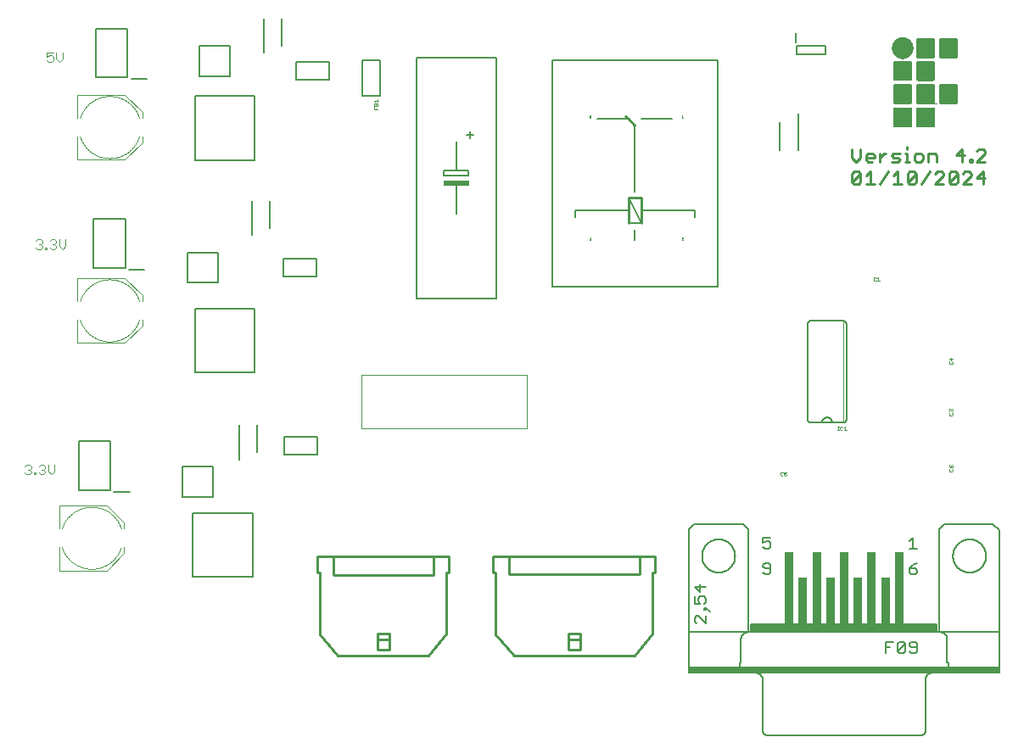
<source format=gbr>
G04 EAGLE Gerber RS-274X export*
G75*
%MOMM*%
%FSLAX34Y34*%
%LPD*%
%INSilkscreen Top*%
%IPPOS*%
%AMOC8*
5,1,8,0,0,1.08239X$1,22.5*%
G01*
%ADD10C,0.228600*%
%ADD11R,1.600000X0.020000*%
%ADD12R,1.720000X0.020000*%
%ADD13R,1.780000X0.020000*%
%ADD14R,1.820000X0.020000*%
%ADD15R,1.840000X0.020000*%
%ADD16R,1.860000X0.020000*%
%ADD17R,1.880000X0.020000*%
%ADD18R,1.900000X0.020000*%
%ADD19R,1.920000X0.020000*%
%ADD20R,1.800000X0.020000*%
%ADD21R,1.760000X0.020000*%
%ADD22R,1.680000X0.020000*%
%ADD23R,1.660000X0.020000*%
%ADD24R,1.740000X0.020000*%
%ADD25R,1.620000X0.020000*%
%ADD26R,1.560000X0.020000*%
%ADD27R,1.700000X0.020000*%
%ADD28R,0.260000X0.020000*%
%ADD29R,0.480000X0.020000*%
%ADD30R,0.620000X0.020000*%
%ADD31R,0.740000X0.020000*%
%ADD32R,0.840000X0.020000*%
%ADD33R,0.920000X0.020000*%
%ADD34R,1.000000X0.020000*%
%ADD35R,1.080000X0.020000*%
%ADD36R,1.140000X0.020000*%
%ADD37R,1.200000X0.020000*%
%ADD38R,1.260000X0.020000*%
%ADD39R,1.320000X0.020000*%
%ADD40R,1.360000X0.020000*%
%ADD41R,1.400000X0.020000*%
%ADD42R,1.440000X0.020000*%
%ADD43R,1.480000X0.020000*%
%ADD44R,1.520000X0.020000*%
%ADD45R,1.640000X0.020000*%
%ADD46R,1.960000X0.020000*%
%ADD47R,2.000000X0.020000*%
%ADD48R,2.040000X0.020000*%
%ADD49R,2.060000X0.020000*%
%ADD50R,2.080000X0.020000*%
%ADD51R,2.100000X0.020000*%
%ADD52R,2.120000X0.020000*%
%ADD53R,1.940000X0.020000*%
%ADD54R,1.580000X0.020000*%
%ADD55R,1.540000X0.020000*%
%ADD56R,1.500000X0.020000*%
%ADD57R,1.460000X0.020000*%
%ADD58R,1.420000X0.020000*%
%ADD59R,1.280000X0.020000*%
%ADD60R,1.220000X0.020000*%
%ADD61R,1.160000X0.020000*%
%ADD62R,1.040000X0.020000*%
%ADD63R,0.960000X0.020000*%
%ADD64R,0.880000X0.020000*%
%ADD65R,0.760000X0.020000*%
%ADD66R,0.660000X0.020000*%
%ADD67R,0.520000X0.020000*%
%ADD68R,0.320000X0.020000*%
%ADD69C,0.050800*%
%ADD70C,0.076200*%
%ADD71C,0.152400*%
%ADD72C,0.025400*%
%ADD73C,0.127000*%
%ADD74R,18.542000X0.762000*%
%ADD75R,30.988000X0.508000*%
%ADD76R,0.812800X7.239000*%
%ADD77R,0.812800X4.699000*%
%ADD78C,0.254000*%
%ADD79C,0.200000*%
%ADD80C,0.101600*%
%ADD81R,2.540000X0.508000*%
%ADD82C,0.100000*%


D10*
X837994Y516170D02*
X837994Y507687D01*
X842235Y503445D01*
X846477Y507687D01*
X846477Y516170D01*
X853926Y503445D02*
X858168Y503445D01*
X853926Y503445D02*
X851805Y505566D01*
X851805Y509808D01*
X853926Y511928D01*
X858168Y511928D01*
X860289Y509808D01*
X860289Y507687D01*
X851805Y507687D01*
X865617Y503445D02*
X865617Y511928D01*
X865617Y507687D02*
X869859Y511928D01*
X871980Y511928D01*
X877127Y503445D02*
X883489Y503445D01*
X885610Y505566D01*
X883489Y507687D01*
X879248Y507687D01*
X877127Y509808D01*
X879248Y511928D01*
X885610Y511928D01*
X890939Y511928D02*
X893060Y511928D01*
X893060Y503445D01*
X895180Y503445D02*
X890939Y503445D01*
X893060Y516170D02*
X893060Y518291D01*
X902267Y503445D02*
X906509Y503445D01*
X908630Y505566D01*
X908630Y509808D01*
X906509Y511928D01*
X902267Y511928D01*
X900147Y509808D01*
X900147Y505566D01*
X902267Y503445D01*
X913958Y503445D02*
X913958Y511928D01*
X920321Y511928D01*
X922442Y509808D01*
X922442Y503445D01*
X947944Y503445D02*
X947944Y516170D01*
X941582Y509808D01*
X950065Y509808D01*
X955394Y505566D02*
X955394Y503445D01*
X955394Y505566D02*
X957515Y505566D01*
X957515Y503445D01*
X955394Y503445D01*
X962300Y503445D02*
X970783Y503445D01*
X962300Y503445D02*
X970783Y511928D01*
X970783Y514049D01*
X968662Y516170D01*
X964420Y516170D01*
X962300Y514049D01*
X837994Y491549D02*
X837994Y483066D01*
X837994Y491549D02*
X840114Y493670D01*
X844356Y493670D01*
X846477Y491549D01*
X846477Y483066D01*
X844356Y480945D01*
X840114Y480945D01*
X837994Y483066D01*
X846477Y491549D01*
X851805Y489428D02*
X856047Y493670D01*
X856047Y480945D01*
X851805Y480945D02*
X860289Y480945D01*
X865617Y480945D02*
X874100Y493670D01*
X879429Y489428D02*
X883671Y493670D01*
X883671Y480945D01*
X887912Y480945D02*
X879429Y480945D01*
X893241Y483066D02*
X893241Y491549D01*
X895362Y493670D01*
X899603Y493670D01*
X901724Y491549D01*
X901724Y483066D01*
X899603Y480945D01*
X895362Y480945D01*
X893241Y483066D01*
X901724Y491549D01*
X907053Y480945D02*
X915536Y493670D01*
X920864Y480945D02*
X929348Y480945D01*
X929348Y489428D02*
X920864Y480945D01*
X929348Y489428D02*
X929348Y491549D01*
X927227Y493670D01*
X922985Y493670D01*
X920864Y491549D01*
X934676Y491549D02*
X934676Y483066D01*
X934676Y491549D02*
X936797Y493670D01*
X941039Y493670D01*
X943159Y491549D01*
X943159Y483066D01*
X941039Y480945D01*
X936797Y480945D01*
X934676Y483066D01*
X943159Y491549D01*
X948488Y480945D02*
X956971Y480945D01*
X948488Y480945D02*
X956971Y489428D01*
X956971Y491549D01*
X954850Y493670D01*
X950609Y493670D01*
X948488Y491549D01*
X968662Y493670D02*
X968662Y480945D01*
X962300Y487308D02*
X968662Y493670D01*
X970783Y487308D02*
X962300Y487308D01*
D11*
X888387Y537700D03*
X911587Y537700D03*
D12*
X888387Y537900D03*
X911587Y537900D03*
D13*
X888487Y538100D03*
X911487Y538100D03*
D14*
X888487Y538300D03*
X911487Y538300D03*
D15*
X888387Y538500D03*
D16*
X911487Y538500D03*
D17*
X888387Y538700D03*
X911587Y538700D03*
X888387Y538900D03*
D18*
X911487Y538900D03*
D19*
X888387Y539100D03*
D18*
X911487Y539100D03*
D19*
X888387Y539300D03*
D18*
X911487Y539300D03*
D19*
X888387Y539500D03*
X911587Y539500D03*
X888387Y539700D03*
X911587Y539700D03*
X888387Y539900D03*
X911587Y539900D03*
X888387Y540100D03*
X911587Y540100D03*
X888387Y540300D03*
X911587Y540300D03*
X888387Y540500D03*
X911587Y540500D03*
X888387Y540700D03*
X911587Y540700D03*
X888387Y540900D03*
X911587Y540900D03*
X888387Y541100D03*
X911587Y541100D03*
X888387Y541300D03*
X911587Y541300D03*
X888387Y541500D03*
X911587Y541500D03*
X888387Y541700D03*
X911587Y541700D03*
X888387Y541900D03*
X911587Y541900D03*
X888387Y542100D03*
X911587Y542100D03*
X888387Y542300D03*
X911587Y542300D03*
X888387Y542500D03*
X911587Y542500D03*
X888387Y542700D03*
X911587Y542700D03*
X888387Y542900D03*
X911587Y542900D03*
X888387Y543100D03*
X911587Y543100D03*
X888387Y543300D03*
X911587Y543300D03*
X888387Y543500D03*
X911587Y543500D03*
X888387Y543700D03*
X911587Y543700D03*
X888387Y543900D03*
X911587Y543900D03*
X888387Y544100D03*
X911587Y544100D03*
X888387Y544300D03*
X911587Y544300D03*
X888387Y544500D03*
X911587Y544500D03*
X888387Y544700D03*
X911587Y544700D03*
X888387Y544900D03*
X911587Y544900D03*
X888387Y545100D03*
X911587Y545100D03*
X888387Y545300D03*
X911587Y545300D03*
X888387Y545500D03*
X911587Y545500D03*
X888387Y545700D03*
X911587Y545700D03*
X888387Y545900D03*
X911587Y545900D03*
X888387Y546100D03*
X911587Y546100D03*
X888387Y546300D03*
X911587Y546300D03*
X888387Y546500D03*
X911587Y546500D03*
X888387Y546700D03*
X911587Y546700D03*
X888387Y546900D03*
X911587Y546900D03*
X888387Y547100D03*
X911587Y547100D03*
X888387Y547300D03*
X911587Y547300D03*
X888387Y547500D03*
X911587Y547500D03*
X888387Y547700D03*
X911587Y547700D03*
X888387Y547900D03*
X911587Y547900D03*
X888387Y548100D03*
X911587Y548100D03*
X888387Y548300D03*
X911587Y548300D03*
X888387Y548500D03*
X911587Y548500D03*
X888387Y548700D03*
X911587Y548700D03*
X888387Y548900D03*
X911587Y548900D03*
X888387Y549100D03*
X911587Y549100D03*
X888387Y549300D03*
X911587Y549300D03*
X888387Y549500D03*
X911587Y549500D03*
X888387Y549700D03*
X911587Y549700D03*
X888387Y549900D03*
X911587Y549900D03*
X888387Y550100D03*
X911587Y550100D03*
X888387Y550300D03*
X911587Y550300D03*
X888387Y550500D03*
X911587Y550500D03*
X888387Y550700D03*
X911587Y550700D03*
X888387Y550900D03*
X911587Y550900D03*
X888387Y551100D03*
X911587Y551100D03*
X888387Y551300D03*
X911587Y551300D03*
X888387Y551500D03*
X911587Y551500D03*
X888387Y551700D03*
X911587Y551700D03*
X888387Y551900D03*
X911587Y551900D03*
X888387Y552100D03*
X911587Y552100D03*
X888387Y552300D03*
X911587Y552300D03*
X888387Y552500D03*
X911587Y552500D03*
X888387Y552700D03*
X911587Y552700D03*
X888387Y552900D03*
X911587Y552900D03*
X888387Y553100D03*
X911587Y553100D03*
X888387Y553300D03*
X911587Y553300D03*
X888387Y553500D03*
X911587Y553500D03*
X888387Y553700D03*
X911587Y553700D03*
X888387Y553900D03*
X911587Y553900D03*
X888387Y554100D03*
X911587Y554100D03*
X888387Y554300D03*
X911587Y554300D03*
X888387Y554500D03*
X911587Y554500D03*
X888387Y554700D03*
X911587Y554700D03*
X888387Y554900D03*
X911587Y554900D03*
X888387Y555100D03*
X911587Y555100D03*
X888387Y555300D03*
D18*
X911487Y555300D03*
X888487Y555500D03*
X911487Y555500D03*
D17*
X888387Y555700D03*
X911587Y555700D03*
X888387Y555900D03*
D16*
X911487Y555900D03*
D15*
X888387Y556100D03*
X911587Y556100D03*
D20*
X888387Y556300D03*
X911587Y556300D03*
D21*
X888387Y556500D03*
X911587Y556500D03*
D22*
X888387Y556700D03*
X911587Y556700D03*
D23*
X888487Y560900D03*
X911487Y560900D03*
X934487Y560900D03*
D21*
X888387Y561100D03*
D24*
X911487Y561100D03*
X934487Y561100D03*
D20*
X888387Y561300D03*
X911587Y561300D03*
X934387Y561300D03*
D15*
X888387Y561500D03*
X911587Y561500D03*
X934387Y561500D03*
D16*
X888487Y561700D03*
X911487Y561700D03*
X934487Y561700D03*
D17*
X888387Y561900D03*
X911587Y561900D03*
X934387Y561900D03*
D18*
X888487Y562100D03*
X911487Y562100D03*
X934487Y562100D03*
D19*
X888387Y562300D03*
D18*
X911487Y562300D03*
X934487Y562300D03*
D19*
X888387Y562500D03*
X911587Y562500D03*
X934387Y562500D03*
X888387Y562700D03*
X911587Y562700D03*
X934387Y562700D03*
X888387Y562900D03*
X911587Y562900D03*
X934387Y562900D03*
X888387Y563100D03*
X911587Y563100D03*
X934387Y563100D03*
X888387Y563300D03*
X911587Y563300D03*
X934387Y563300D03*
X888387Y563500D03*
X911587Y563500D03*
X934387Y563500D03*
X888387Y563700D03*
X911587Y563700D03*
X934387Y563700D03*
X888387Y563900D03*
X911587Y563900D03*
X934387Y563900D03*
X888387Y564100D03*
X911587Y564100D03*
X934387Y564100D03*
X888387Y564300D03*
X911587Y564300D03*
X934387Y564300D03*
X888387Y564500D03*
X911587Y564500D03*
X934387Y564500D03*
X888387Y564700D03*
X911587Y564700D03*
X934387Y564700D03*
X888387Y564900D03*
X911587Y564900D03*
X934387Y564900D03*
X888387Y565100D03*
X911587Y565100D03*
X934387Y565100D03*
X888387Y565300D03*
X911587Y565300D03*
X934387Y565300D03*
X888387Y565500D03*
X911587Y565500D03*
X934387Y565500D03*
X888387Y565700D03*
X911587Y565700D03*
X934387Y565700D03*
X888387Y565900D03*
X911587Y565900D03*
X934387Y565900D03*
X888387Y566100D03*
X911587Y566100D03*
X934387Y566100D03*
X888387Y566300D03*
X911587Y566300D03*
X934387Y566300D03*
X888387Y566500D03*
X911587Y566500D03*
X934387Y566500D03*
X888387Y566700D03*
X911587Y566700D03*
X934387Y566700D03*
X888387Y566900D03*
X911587Y566900D03*
X888387Y567100D03*
X911587Y567100D03*
X934387Y567100D03*
X888387Y567300D03*
X911587Y567300D03*
X934387Y567300D03*
X888387Y567500D03*
X911587Y567500D03*
X934387Y567500D03*
X888387Y567700D03*
X911587Y567700D03*
X934387Y567700D03*
X888387Y567900D03*
X911587Y567900D03*
X934387Y567900D03*
X888387Y568100D03*
X911587Y568100D03*
X934387Y568100D03*
X888387Y568300D03*
X911587Y568300D03*
X934387Y568300D03*
X888387Y568500D03*
X911587Y568500D03*
X934387Y568500D03*
X888387Y568700D03*
X911587Y568700D03*
X934387Y568700D03*
X888387Y568900D03*
X911587Y568900D03*
X934387Y568900D03*
X888387Y569100D03*
X911587Y569100D03*
X934387Y569100D03*
X888387Y569300D03*
X911587Y569300D03*
X934387Y569300D03*
X888387Y569500D03*
X911587Y569500D03*
X934387Y569500D03*
X888387Y569700D03*
X911587Y569700D03*
X934387Y569700D03*
X888387Y569900D03*
X911587Y569900D03*
X934387Y569900D03*
X888387Y570100D03*
X911587Y570100D03*
X934387Y570100D03*
X888387Y570300D03*
X911587Y570300D03*
X934387Y570300D03*
X888387Y570500D03*
X911587Y570500D03*
X934387Y570500D03*
X888387Y570700D03*
X911587Y570700D03*
X934387Y570700D03*
X888387Y570900D03*
X911587Y570900D03*
X934387Y570900D03*
X888387Y571100D03*
X911587Y571100D03*
X934387Y571100D03*
X888387Y571300D03*
X911587Y571300D03*
X934387Y571300D03*
X888387Y571500D03*
X911587Y571500D03*
X934387Y571500D03*
X888387Y571700D03*
X911587Y571700D03*
X934387Y571700D03*
X888387Y571900D03*
X911587Y571900D03*
X934387Y571900D03*
X888387Y572100D03*
X934387Y572100D03*
X888387Y572300D03*
X911587Y572300D03*
X934387Y572300D03*
X888387Y572500D03*
X911587Y572500D03*
X934387Y572500D03*
X888387Y572700D03*
X911587Y572700D03*
X934387Y572700D03*
X888387Y572900D03*
X911587Y572900D03*
X934387Y572900D03*
X888387Y573100D03*
X911587Y573100D03*
X934387Y573100D03*
X888387Y573300D03*
X911587Y573300D03*
X934387Y573300D03*
X888387Y573500D03*
X911587Y573500D03*
X934387Y573500D03*
X888387Y573700D03*
X911587Y573700D03*
X934387Y573700D03*
X888387Y573900D03*
X911587Y573900D03*
X934387Y573900D03*
X888387Y574100D03*
X911587Y574100D03*
X934387Y574100D03*
X888387Y574300D03*
X911587Y574300D03*
X934387Y574300D03*
X888387Y574500D03*
X911587Y574500D03*
X934387Y574500D03*
X888387Y574700D03*
X911587Y574700D03*
X934387Y574700D03*
X888387Y574900D03*
X911587Y574900D03*
X934387Y574900D03*
X888387Y575100D03*
X911587Y575100D03*
X934387Y575100D03*
X888387Y575300D03*
X911587Y575300D03*
X934387Y575300D03*
X888387Y575500D03*
X911587Y575500D03*
X934387Y575500D03*
X888387Y575700D03*
X911587Y575700D03*
X934387Y575700D03*
X888387Y575900D03*
X911587Y575900D03*
X934387Y575900D03*
X888387Y576100D03*
X911587Y576100D03*
X934387Y576100D03*
X888387Y576300D03*
X911587Y576300D03*
X934387Y576300D03*
X888387Y576500D03*
X911587Y576500D03*
X934387Y576500D03*
X888387Y576700D03*
X911587Y576700D03*
X934387Y576700D03*
X888387Y576900D03*
X911587Y576900D03*
X934387Y576900D03*
X888387Y577100D03*
X911587Y577100D03*
X934387Y577100D03*
X888387Y577300D03*
X911587Y577300D03*
X934387Y577300D03*
X888387Y577500D03*
X911587Y577500D03*
X934387Y577500D03*
X888387Y577700D03*
X911587Y577700D03*
X934387Y577700D03*
X888387Y577900D03*
X911587Y577900D03*
X934387Y577900D03*
X888387Y578100D03*
X911587Y578100D03*
X934387Y578100D03*
X888387Y578300D03*
D18*
X934487Y578300D03*
D19*
X888387Y578500D03*
D18*
X911487Y578500D03*
X934487Y578500D03*
D17*
X888387Y578700D03*
D18*
X911487Y578700D03*
X934487Y578700D03*
D17*
X888387Y578900D03*
X911587Y578900D03*
X934387Y578900D03*
D15*
X888387Y579100D03*
D16*
X911487Y579100D03*
X934487Y579100D03*
D15*
X888387Y579300D03*
D14*
X911487Y579300D03*
X934487Y579300D03*
D20*
X888387Y579500D03*
D13*
X911487Y579500D03*
X934487Y579500D03*
D12*
X888387Y579700D03*
D24*
X911487Y579700D03*
X934487Y579700D03*
D25*
X888487Y579900D03*
X911487Y579900D03*
X934487Y579900D03*
D26*
X911587Y583900D03*
D12*
X888387Y584100D03*
D27*
X911487Y584100D03*
D21*
X888387Y584300D03*
D13*
X911487Y584300D03*
D20*
X888387Y584500D03*
D14*
X911487Y584500D03*
D15*
X888387Y584700D03*
D16*
X911487Y584700D03*
D17*
X888387Y584900D03*
D16*
X911487Y584900D03*
D17*
X888387Y585100D03*
D18*
X911487Y585100D03*
X888487Y585300D03*
X911487Y585300D03*
D19*
X888387Y585500D03*
D18*
X911487Y585500D03*
D19*
X888387Y585700D03*
X911587Y585700D03*
X888387Y585900D03*
X911587Y585900D03*
X888387Y586100D03*
X911587Y586100D03*
X888387Y586300D03*
X911587Y586300D03*
X888387Y586500D03*
X911587Y586500D03*
X888387Y586700D03*
X911587Y586700D03*
X888387Y586900D03*
X911587Y586900D03*
X888387Y587100D03*
X911587Y587100D03*
X888387Y587300D03*
X911587Y587300D03*
X888387Y587500D03*
X911587Y587500D03*
X888387Y587700D03*
X911587Y587700D03*
X888387Y587900D03*
X911587Y587900D03*
X888387Y588100D03*
X911587Y588100D03*
X888387Y588300D03*
X913873Y560868D03*
X888387Y588500D03*
X911587Y588500D03*
X888387Y588700D03*
X911587Y588700D03*
X888387Y588900D03*
X911587Y588900D03*
X888387Y589100D03*
X911587Y589100D03*
X888387Y589300D03*
X911587Y589300D03*
X888387Y589500D03*
X911587Y589500D03*
X888387Y589700D03*
X911587Y589700D03*
X888387Y589900D03*
X911587Y589900D03*
X888387Y590100D03*
X911587Y590100D03*
X888387Y590300D03*
X911587Y590300D03*
X888387Y590500D03*
X911587Y590500D03*
X888387Y590700D03*
X911587Y590700D03*
X888387Y590900D03*
X911587Y590900D03*
X888387Y591100D03*
X911587Y591100D03*
X888387Y591300D03*
X911587Y591300D03*
X888387Y591500D03*
X911587Y591500D03*
X888387Y591700D03*
X911587Y591700D03*
X888387Y591900D03*
X911587Y591900D03*
X888387Y592100D03*
X911587Y592100D03*
X888387Y592300D03*
X911587Y592300D03*
X888387Y592500D03*
X911587Y592500D03*
X888387Y592700D03*
X911587Y592700D03*
X888387Y592900D03*
X911587Y592900D03*
X888387Y593100D03*
X911587Y593100D03*
X888387Y593300D03*
X911587Y593300D03*
X888387Y593500D03*
X911587Y593500D03*
X888387Y593700D03*
X911587Y593700D03*
X888387Y593900D03*
X911587Y593900D03*
X888387Y594100D03*
X911587Y594100D03*
X888387Y594300D03*
X911587Y594300D03*
X888387Y594500D03*
X911587Y594500D03*
X888387Y594700D03*
X911587Y594700D03*
X888387Y594900D03*
X911587Y594900D03*
X888387Y595100D03*
X911587Y595100D03*
X888387Y595300D03*
X911587Y595300D03*
X888387Y595500D03*
X911587Y595500D03*
X888387Y595700D03*
X911587Y595700D03*
X888387Y595900D03*
X911587Y595900D03*
X888387Y596100D03*
X911587Y596100D03*
X888387Y596300D03*
X911587Y596300D03*
X888387Y596500D03*
X911587Y596500D03*
X888387Y596700D03*
X911587Y596700D03*
X888387Y596900D03*
X911587Y596900D03*
X888387Y597100D03*
X911587Y597100D03*
X888387Y597300D03*
X911587Y597300D03*
X888387Y597500D03*
X911587Y597500D03*
X888387Y597700D03*
X911587Y597700D03*
X888387Y597900D03*
X911587Y597900D03*
X888387Y598100D03*
X911587Y598100D03*
X888387Y598300D03*
X911587Y598300D03*
X888387Y598500D03*
X911587Y598500D03*
X888387Y598700D03*
X911587Y598700D03*
X888387Y598900D03*
X911587Y598900D03*
X888387Y599100D03*
X911587Y599100D03*
X888387Y599300D03*
X888387Y599500D03*
X911587Y599500D03*
X888387Y599700D03*
X911587Y599700D03*
X888387Y599900D03*
X911587Y599900D03*
X888387Y600100D03*
X911587Y600100D03*
X888387Y600300D03*
X911587Y600300D03*
X888387Y600500D03*
X911587Y600500D03*
X888387Y600700D03*
X911587Y600700D03*
X888387Y600900D03*
X911587Y600900D03*
X888387Y601100D03*
X911587Y601100D03*
X888387Y601300D03*
X911587Y601300D03*
X888387Y601500D03*
D18*
X911487Y601500D03*
X888487Y601700D03*
X911487Y601700D03*
D17*
X888387Y601900D03*
D18*
X911487Y601900D03*
D17*
X888387Y602100D03*
D16*
X911487Y602100D03*
D15*
X888387Y602300D03*
X911587Y602300D03*
D20*
X888387Y602500D03*
D14*
X911487Y602500D03*
D21*
X888387Y602700D03*
X911587Y602700D03*
D22*
X888387Y602900D03*
D27*
X911487Y602900D03*
D28*
X888487Y605900D03*
D29*
X888387Y606100D03*
D30*
X888487Y606300D03*
D31*
X888487Y606500D03*
D32*
X888387Y606700D03*
D33*
X888387Y606900D03*
D25*
X911487Y606900D03*
X934487Y606900D03*
D34*
X888387Y607100D03*
D24*
X911487Y607100D03*
X934487Y607100D03*
D35*
X888387Y607300D03*
D13*
X911487Y607300D03*
X934487Y607300D03*
D36*
X888487Y607500D03*
D14*
X911487Y607500D03*
X934487Y607500D03*
D37*
X888387Y607700D03*
D16*
X911487Y607700D03*
X934487Y607700D03*
D38*
X888487Y607900D03*
D17*
X911587Y607900D03*
X934387Y607900D03*
D39*
X888387Y608100D03*
D18*
X911487Y608100D03*
X934487Y608100D03*
D40*
X888387Y608300D03*
D18*
X911487Y608300D03*
X934487Y608300D03*
D41*
X888387Y608500D03*
D19*
X911587Y608500D03*
D18*
X934487Y608500D03*
D42*
X888387Y608700D03*
D19*
X911587Y608700D03*
X934387Y608700D03*
D43*
X888387Y608900D03*
D19*
X911587Y608900D03*
X934387Y608900D03*
D44*
X888387Y609100D03*
D19*
X911587Y609100D03*
X934387Y609100D03*
D26*
X888387Y609300D03*
D19*
X911587Y609300D03*
X934387Y609300D03*
D11*
X888387Y609500D03*
D19*
X911587Y609500D03*
X934387Y609500D03*
D45*
X888387Y609700D03*
D19*
X911587Y609700D03*
X934387Y609700D03*
D22*
X888387Y609900D03*
D19*
X911587Y609900D03*
X934387Y609900D03*
D27*
X888487Y610100D03*
D19*
X911587Y610100D03*
X934387Y610100D03*
D12*
X888387Y610300D03*
D19*
X911587Y610300D03*
X934387Y610300D03*
D21*
X888387Y610500D03*
D19*
X911587Y610500D03*
X934387Y610500D03*
D13*
X888487Y610700D03*
D19*
X911587Y610700D03*
X934387Y610700D03*
D20*
X888387Y610900D03*
D19*
X911587Y610900D03*
X934387Y610900D03*
D15*
X888387Y611100D03*
D19*
X911587Y611100D03*
X934387Y611100D03*
D15*
X888387Y611300D03*
D19*
X911587Y611300D03*
X934387Y611300D03*
D17*
X888387Y611500D03*
D19*
X911587Y611500D03*
X934387Y611500D03*
D18*
X888487Y611700D03*
D19*
X911587Y611700D03*
X934387Y611700D03*
X888387Y611900D03*
X911587Y611900D03*
X934387Y611900D03*
X888387Y612100D03*
X911587Y612100D03*
X934387Y612100D03*
D46*
X888387Y612300D03*
D19*
X911587Y612300D03*
X934387Y612300D03*
D46*
X888387Y612500D03*
D19*
X911587Y612500D03*
X934387Y612500D03*
D47*
X888387Y612700D03*
D19*
X911587Y612700D03*
X934387Y612700D03*
D47*
X888387Y612900D03*
D19*
X911587Y612900D03*
X934387Y612900D03*
D47*
X888387Y613100D03*
D19*
X911587Y613100D03*
X934387Y613100D03*
D48*
X888387Y613300D03*
D19*
X911587Y613300D03*
X934387Y613300D03*
D48*
X888387Y613500D03*
D19*
X911587Y613500D03*
X934387Y613500D03*
D48*
X888387Y613700D03*
D19*
X911587Y613700D03*
X934387Y613700D03*
D49*
X888487Y613900D03*
D19*
X911587Y613900D03*
X934387Y613900D03*
D50*
X888387Y614100D03*
D19*
X911587Y614100D03*
X934387Y614100D03*
D50*
X888387Y614300D03*
D19*
X911587Y614300D03*
X934387Y614300D03*
D50*
X888387Y614500D03*
D19*
X911587Y614500D03*
X934387Y614500D03*
D50*
X888387Y614700D03*
D19*
X911587Y614700D03*
X934387Y614700D03*
D51*
X888487Y614900D03*
D19*
X911587Y614900D03*
X934387Y614900D03*
D52*
X888387Y615100D03*
D19*
X911587Y615100D03*
X934387Y615100D03*
D52*
X888387Y615300D03*
D19*
X911587Y615300D03*
X934387Y615300D03*
D52*
X888387Y615500D03*
D19*
X911587Y615500D03*
X934387Y615500D03*
D52*
X888387Y615700D03*
D19*
X911587Y615700D03*
X934387Y615700D03*
D52*
X888387Y615900D03*
D19*
X911587Y615900D03*
X934387Y615900D03*
D52*
X888387Y616100D03*
D19*
X911587Y616100D03*
X934387Y616100D03*
D52*
X888387Y616300D03*
D19*
X911587Y616300D03*
X934387Y616300D03*
D52*
X888387Y616500D03*
D19*
X911587Y616500D03*
X934387Y616500D03*
D52*
X888387Y616700D03*
D19*
X911587Y616700D03*
X934387Y616700D03*
D52*
X888387Y616900D03*
D19*
X911587Y616900D03*
X934387Y616900D03*
D52*
X888387Y617100D03*
D19*
X911587Y617100D03*
X934387Y617100D03*
D52*
X888387Y617300D03*
D19*
X911587Y617300D03*
X934387Y617300D03*
D52*
X888387Y617500D03*
D19*
X911587Y617500D03*
X934387Y617500D03*
D52*
X888387Y617700D03*
D19*
X911587Y617700D03*
X934387Y617700D03*
D51*
X888487Y617900D03*
D19*
X911587Y617900D03*
X934387Y617900D03*
D50*
X888387Y618100D03*
D19*
X911587Y618100D03*
X934387Y618100D03*
D50*
X888387Y618300D03*
D19*
X911587Y618300D03*
X934387Y618300D03*
D50*
X888387Y618500D03*
D19*
X911587Y618500D03*
X934387Y618500D03*
D50*
X888387Y618700D03*
D19*
X911587Y618700D03*
X934387Y618700D03*
D49*
X888487Y618900D03*
D19*
X911587Y618900D03*
X934387Y618900D03*
D48*
X888387Y619100D03*
D19*
X911587Y619100D03*
X934387Y619100D03*
D48*
X888387Y619300D03*
D19*
X911587Y619300D03*
X934387Y619300D03*
D48*
X888387Y619500D03*
D19*
X911587Y619500D03*
X934387Y619500D03*
D47*
X888387Y619700D03*
D19*
X911587Y619700D03*
X934387Y619700D03*
D47*
X888387Y619900D03*
D19*
X911587Y619900D03*
X934387Y619900D03*
X911587Y620100D03*
X934387Y620100D03*
D46*
X888387Y620300D03*
D19*
X911587Y620300D03*
X934387Y620300D03*
D46*
X888387Y620500D03*
D19*
X911587Y620500D03*
X934387Y620500D03*
D53*
X888487Y620700D03*
D19*
X911587Y620700D03*
X934387Y620700D03*
X888387Y620900D03*
X911587Y620900D03*
X934387Y620900D03*
D18*
X888487Y621100D03*
D19*
X911587Y621100D03*
X934387Y621100D03*
D17*
X888387Y621300D03*
D19*
X911587Y621300D03*
X934387Y621300D03*
D16*
X888487Y621500D03*
D19*
X911587Y621500D03*
X934387Y621500D03*
D15*
X888387Y621700D03*
D19*
X911587Y621700D03*
X934387Y621700D03*
D20*
X888387Y621900D03*
D19*
X911587Y621900D03*
X934387Y621900D03*
D20*
X888387Y622100D03*
D19*
X911587Y622100D03*
X934387Y622100D03*
D21*
X888387Y622300D03*
D19*
X911587Y622300D03*
X934387Y622300D03*
D24*
X888487Y622500D03*
D19*
X911587Y622500D03*
X934387Y622500D03*
D12*
X888387Y622700D03*
D19*
X911587Y622700D03*
X934387Y622700D03*
D22*
X888387Y622900D03*
D19*
X911587Y622900D03*
X934387Y622900D03*
D45*
X888387Y623100D03*
D19*
X911587Y623100D03*
X934387Y623100D03*
D11*
X888387Y623300D03*
D19*
X911587Y623300D03*
X934387Y623300D03*
D54*
X888487Y623500D03*
D19*
X911587Y623500D03*
X934387Y623500D03*
D55*
X888487Y623700D03*
D19*
X911587Y623700D03*
X934387Y623700D03*
D56*
X888487Y623900D03*
D19*
X911587Y623900D03*
X934387Y623900D03*
D57*
X888487Y624100D03*
D19*
X911587Y624100D03*
X934387Y624100D03*
D58*
X888487Y624300D03*
D19*
X911587Y624300D03*
D18*
X934487Y624300D03*
D40*
X888387Y624500D03*
D18*
X911487Y624500D03*
X934487Y624500D03*
D39*
X888387Y624700D03*
D18*
X911487Y624700D03*
X934487Y624700D03*
D59*
X888387Y624900D03*
D17*
X911587Y624900D03*
X934387Y624900D03*
D60*
X888487Y625100D03*
D16*
X911487Y625100D03*
X934487Y625100D03*
D61*
X888387Y625300D03*
D15*
X911587Y625300D03*
D14*
X934487Y625300D03*
D35*
X888387Y625500D03*
D20*
X911587Y625500D03*
X934387Y625500D03*
D62*
X888387Y625700D03*
D24*
X911487Y625700D03*
X934487Y625700D03*
D63*
X888387Y625900D03*
D23*
X911487Y625900D03*
X934487Y625900D03*
D64*
X888387Y626100D03*
D65*
X888387Y626300D03*
D66*
X888487Y626500D03*
D67*
X888387Y626700D03*
D68*
X888387Y626900D03*
D19*
X911587Y599300D03*
D47*
X888387Y620100D03*
D69*
X575994Y549570D02*
X575994Y547536D01*
X576672Y548892D02*
X575994Y549570D01*
X576672Y548892D02*
X577350Y549570D01*
X577350Y547536D01*
X667994Y547536D02*
X667994Y549570D01*
X667994Y547536D02*
X669350Y547536D01*
X575994Y425875D02*
X576333Y425536D01*
X576672Y425536D01*
X577011Y425875D01*
X577011Y427570D01*
X576672Y427570D02*
X577350Y427570D01*
X667994Y427570D02*
X667994Y425536D01*
X667994Y426214D02*
X669350Y427570D01*
X668333Y426553D02*
X669350Y425536D01*
D70*
X40652Y612787D02*
X34381Y612787D01*
X34381Y608084D01*
X37516Y609652D01*
X39084Y609652D01*
X40652Y608084D01*
X40652Y604949D01*
X39084Y603381D01*
X35949Y603381D01*
X34381Y604949D01*
X43736Y606516D02*
X43736Y612787D01*
X43736Y606516D02*
X46872Y603381D01*
X50007Y606516D01*
X50007Y612787D01*
X24949Y425787D02*
X23381Y424219D01*
X24949Y425787D02*
X28084Y425787D01*
X29652Y424219D01*
X29652Y422652D01*
X28084Y421084D01*
X26516Y421084D01*
X28084Y421084D02*
X29652Y419516D01*
X29652Y417949D01*
X28084Y416381D01*
X24949Y416381D01*
X23381Y417949D01*
X32736Y417949D02*
X32736Y416381D01*
X32736Y417949D02*
X34304Y417949D01*
X34304Y416381D01*
X32736Y416381D01*
X37414Y424219D02*
X38981Y425787D01*
X42117Y425787D01*
X43684Y424219D01*
X43684Y422652D01*
X42117Y421084D01*
X40549Y421084D01*
X42117Y421084D02*
X43684Y419516D01*
X43684Y417949D01*
X42117Y416381D01*
X38981Y416381D01*
X37414Y417949D01*
X46769Y419516D02*
X46769Y425787D01*
X46769Y419516D02*
X49904Y416381D01*
X53040Y419516D01*
X53040Y425787D01*
X13949Y200787D02*
X12381Y199219D01*
X13949Y200787D02*
X17084Y200787D01*
X18652Y199219D01*
X18652Y197652D01*
X17084Y196084D01*
X15516Y196084D01*
X17084Y196084D02*
X18652Y194516D01*
X18652Y192949D01*
X17084Y191381D01*
X13949Y191381D01*
X12381Y192949D01*
X21736Y192949D02*
X21736Y191381D01*
X21736Y192949D02*
X23304Y192949D01*
X23304Y191381D01*
X21736Y191381D01*
X26414Y199219D02*
X27981Y200787D01*
X31117Y200787D01*
X32684Y199219D01*
X32684Y197652D01*
X31117Y196084D01*
X29549Y196084D01*
X31117Y196084D02*
X32684Y194516D01*
X32684Y192949D01*
X31117Y191381D01*
X27981Y191381D01*
X26414Y192949D01*
X35769Y194516D02*
X35769Y200787D01*
X35769Y194516D02*
X38904Y191381D01*
X42040Y194516D01*
X42040Y200787D01*
D71*
X793442Y247010D02*
X793442Y340990D01*
X828748Y344800D02*
X828870Y344798D01*
X828992Y344792D01*
X829114Y344782D01*
X829235Y344769D01*
X829356Y344751D01*
X829476Y344730D01*
X829596Y344704D01*
X829714Y344675D01*
X829832Y344643D01*
X829949Y344606D01*
X830064Y344566D01*
X830178Y344522D01*
X830290Y344474D01*
X830401Y344423D01*
X830510Y344368D01*
X830618Y344310D01*
X830723Y344248D01*
X830826Y344183D01*
X830928Y344115D01*
X831027Y344043D01*
X831123Y343969D01*
X831218Y343891D01*
X831309Y343810D01*
X831399Y343727D01*
X831485Y343641D01*
X831568Y343551D01*
X831649Y343460D01*
X831727Y343365D01*
X831801Y343269D01*
X831873Y343170D01*
X831941Y343068D01*
X832006Y342965D01*
X832068Y342860D01*
X832126Y342752D01*
X832181Y342643D01*
X832232Y342532D01*
X832280Y342420D01*
X832324Y342306D01*
X832364Y342191D01*
X832401Y342074D01*
X832433Y341956D01*
X832462Y341838D01*
X832488Y341718D01*
X832509Y341598D01*
X832527Y341477D01*
X832540Y341356D01*
X832550Y341234D01*
X832556Y341112D01*
X832558Y340990D01*
X793442Y247010D02*
X793444Y246888D01*
X793450Y246766D01*
X793460Y246644D01*
X793473Y246523D01*
X793491Y246402D01*
X793512Y246282D01*
X793538Y246162D01*
X793567Y246044D01*
X793599Y245926D01*
X793636Y245809D01*
X793676Y245694D01*
X793720Y245580D01*
X793768Y245468D01*
X793819Y245357D01*
X793874Y245248D01*
X793932Y245140D01*
X793994Y245035D01*
X794059Y244932D01*
X794127Y244830D01*
X794199Y244731D01*
X794273Y244635D01*
X794351Y244540D01*
X794432Y244449D01*
X794515Y244359D01*
X794601Y244273D01*
X794691Y244190D01*
X794782Y244109D01*
X794877Y244031D01*
X794973Y243957D01*
X795072Y243885D01*
X795174Y243817D01*
X795277Y243752D01*
X795382Y243690D01*
X795490Y243632D01*
X795599Y243577D01*
X795710Y243526D01*
X795822Y243478D01*
X795936Y243434D01*
X796051Y243394D01*
X796168Y243357D01*
X796286Y243325D01*
X796404Y243296D01*
X796524Y243270D01*
X796644Y243249D01*
X796765Y243231D01*
X796886Y243218D01*
X797008Y243208D01*
X797130Y243202D01*
X797252Y243200D01*
X793442Y340990D02*
X793444Y341112D01*
X793450Y341234D01*
X793460Y341356D01*
X793473Y341477D01*
X793491Y341598D01*
X793512Y341718D01*
X793538Y341838D01*
X793567Y341956D01*
X793599Y342074D01*
X793636Y342191D01*
X793676Y342306D01*
X793720Y342420D01*
X793768Y342532D01*
X793819Y342643D01*
X793874Y342752D01*
X793932Y342860D01*
X793994Y342965D01*
X794059Y343068D01*
X794127Y343170D01*
X794199Y343269D01*
X794273Y343365D01*
X794351Y343460D01*
X794432Y343551D01*
X794515Y343641D01*
X794601Y343727D01*
X794691Y343810D01*
X794782Y343891D01*
X794877Y343969D01*
X794973Y344043D01*
X795072Y344115D01*
X795174Y344183D01*
X795277Y344248D01*
X795382Y344310D01*
X795490Y344368D01*
X795599Y344423D01*
X795710Y344474D01*
X795822Y344522D01*
X795936Y344566D01*
X796051Y344606D01*
X796168Y344643D01*
X796286Y344675D01*
X796404Y344704D01*
X796524Y344730D01*
X796644Y344751D01*
X796765Y344769D01*
X796886Y344782D01*
X797008Y344792D01*
X797130Y344798D01*
X797252Y344800D01*
X832558Y247010D02*
X832556Y246888D01*
X832550Y246766D01*
X832540Y246644D01*
X832527Y246523D01*
X832509Y246402D01*
X832488Y246282D01*
X832462Y246162D01*
X832433Y246044D01*
X832401Y245926D01*
X832364Y245809D01*
X832324Y245694D01*
X832280Y245580D01*
X832232Y245468D01*
X832181Y245357D01*
X832126Y245248D01*
X832068Y245140D01*
X832006Y245035D01*
X831941Y244932D01*
X831873Y244830D01*
X831801Y244731D01*
X831727Y244635D01*
X831649Y244540D01*
X831568Y244449D01*
X831485Y244359D01*
X831399Y244273D01*
X831309Y244190D01*
X831218Y244109D01*
X831123Y244031D01*
X831027Y243957D01*
X830928Y243885D01*
X830826Y243817D01*
X830723Y243752D01*
X830618Y243690D01*
X830510Y243632D01*
X830401Y243577D01*
X830290Y243526D01*
X830178Y243478D01*
X830064Y243434D01*
X829949Y243394D01*
X829832Y243357D01*
X829714Y243325D01*
X829596Y243296D01*
X829476Y243270D01*
X829356Y243249D01*
X829235Y243231D01*
X829114Y243218D01*
X828992Y243208D01*
X828870Y243202D01*
X828748Y243200D01*
X832558Y247010D02*
X832558Y340990D01*
X828748Y344800D02*
X797252Y344800D01*
X797252Y243200D02*
X828748Y243200D01*
X818080Y243200D02*
X818078Y243341D01*
X818072Y243482D01*
X818062Y243623D01*
X818049Y243764D01*
X818031Y243904D01*
X818009Y244043D01*
X817984Y244182D01*
X817955Y244321D01*
X817922Y244458D01*
X817885Y244594D01*
X817844Y244729D01*
X817800Y244864D01*
X817752Y244996D01*
X817700Y245128D01*
X817645Y245258D01*
X817586Y245386D01*
X817523Y245513D01*
X817457Y245637D01*
X817388Y245760D01*
X817315Y245881D01*
X817239Y246000D01*
X817159Y246117D01*
X817076Y246231D01*
X816991Y246344D01*
X816902Y246453D01*
X816810Y246561D01*
X816715Y246665D01*
X816617Y246767D01*
X816516Y246866D01*
X816413Y246963D01*
X816307Y247056D01*
X816199Y247146D01*
X816088Y247234D01*
X815975Y247318D01*
X815859Y247399D01*
X815741Y247477D01*
X815621Y247552D01*
X815499Y247623D01*
X815375Y247691D01*
X815249Y247755D01*
X815122Y247816D01*
X814993Y247873D01*
X814862Y247926D01*
X814730Y247976D01*
X814597Y248023D01*
X814462Y248065D01*
X814326Y248104D01*
X814189Y248139D01*
X814052Y248170D01*
X813913Y248197D01*
X813774Y248221D01*
X813634Y248240D01*
X813494Y248256D01*
X813353Y248268D01*
X813212Y248276D01*
X813071Y248280D01*
X812929Y248280D01*
X812788Y248276D01*
X812647Y248268D01*
X812506Y248256D01*
X812366Y248240D01*
X812226Y248221D01*
X812087Y248197D01*
X811948Y248170D01*
X811811Y248139D01*
X811674Y248104D01*
X811538Y248065D01*
X811403Y248023D01*
X811270Y247976D01*
X811138Y247926D01*
X811007Y247873D01*
X810878Y247816D01*
X810751Y247755D01*
X810625Y247691D01*
X810501Y247623D01*
X810379Y247552D01*
X810259Y247477D01*
X810141Y247399D01*
X810025Y247318D01*
X809912Y247234D01*
X809801Y247146D01*
X809693Y247056D01*
X809587Y246963D01*
X809484Y246866D01*
X809383Y246767D01*
X809285Y246665D01*
X809190Y246561D01*
X809098Y246453D01*
X809009Y246344D01*
X808924Y246231D01*
X808841Y246117D01*
X808761Y246000D01*
X808685Y245881D01*
X808612Y245760D01*
X808543Y245637D01*
X808477Y245513D01*
X808414Y245386D01*
X808355Y245258D01*
X808300Y245128D01*
X808248Y244996D01*
X808200Y244864D01*
X808156Y244729D01*
X808115Y244594D01*
X808078Y244458D01*
X808045Y244321D01*
X808016Y244182D01*
X807991Y244043D01*
X807969Y243904D01*
X807951Y243764D01*
X807938Y243623D01*
X807928Y243482D01*
X807922Y243341D01*
X807920Y243200D01*
D69*
X829002Y243200D02*
X829002Y344800D01*
X824781Y235580D02*
X823595Y235580D01*
X824188Y235580D02*
X824188Y239139D01*
X823595Y239139D02*
X824781Y239139D01*
X827869Y239139D02*
X828463Y238546D01*
X827869Y239139D02*
X826683Y239139D01*
X826090Y238546D01*
X826090Y236173D01*
X826683Y235580D01*
X827869Y235580D01*
X828463Y236173D01*
X829832Y237953D02*
X831018Y239139D01*
X831018Y235580D01*
X829832Y235580D02*
X832205Y235580D01*
D72*
X861885Y387541D02*
X861249Y388176D01*
X859978Y388176D01*
X859343Y387541D01*
X859343Y384999D01*
X859978Y384363D01*
X861249Y384363D01*
X861885Y384999D01*
X863085Y386905D02*
X864356Y388176D01*
X864356Y384363D01*
X863085Y384363D02*
X865627Y384363D01*
X935459Y252885D02*
X934824Y252249D01*
X934824Y250978D01*
X935459Y250343D01*
X938001Y250343D01*
X938637Y250978D01*
X938637Y252249D01*
X938001Y252885D01*
X935459Y254085D02*
X934824Y254720D01*
X934824Y255992D01*
X935459Y256627D01*
X936095Y256627D01*
X936730Y255992D01*
X936730Y255356D01*
X936730Y255992D02*
X937366Y256627D01*
X938001Y256627D01*
X938637Y255992D01*
X938637Y254720D01*
X938001Y254085D01*
X934824Y303249D02*
X935459Y303885D01*
X934824Y303249D02*
X934824Y301978D01*
X935459Y301343D01*
X938001Y301343D01*
X938637Y301978D01*
X938637Y303249D01*
X938001Y303885D01*
X938637Y306992D02*
X934824Y306992D01*
X936730Y305085D01*
X936730Y307627D01*
X768969Y193005D02*
X768334Y193640D01*
X767063Y193640D01*
X766427Y193005D01*
X766427Y190463D01*
X767063Y189827D01*
X768334Y189827D01*
X768969Y190463D01*
X770169Y193640D02*
X772711Y193640D01*
X770169Y193640D02*
X770169Y191734D01*
X771440Y192369D01*
X772076Y192369D01*
X772711Y191734D01*
X772711Y190463D01*
X772076Y189827D01*
X770805Y189827D01*
X770169Y190463D01*
X934824Y196249D02*
X935459Y196885D01*
X934824Y196249D02*
X934824Y194978D01*
X935459Y194343D01*
X938001Y194343D01*
X938637Y194978D01*
X938637Y196249D01*
X938001Y196885D01*
X935459Y199356D02*
X934824Y200627D01*
X935459Y199356D02*
X936730Y198085D01*
X938001Y198085D01*
X938637Y198720D01*
X938637Y199992D01*
X938001Y200627D01*
X937366Y200627D01*
X936730Y199992D01*
X936730Y198085D01*
D71*
X906200Y-69070D02*
X903660Y-69070D01*
X906200Y-69070D02*
X906340Y-69068D01*
X906480Y-69062D01*
X906620Y-69053D01*
X906759Y-69039D01*
X906898Y-69022D01*
X907036Y-69001D01*
X907174Y-68976D01*
X907311Y-68947D01*
X907447Y-68915D01*
X907582Y-68878D01*
X907716Y-68838D01*
X907849Y-68795D01*
X907981Y-68747D01*
X908112Y-68697D01*
X908241Y-68642D01*
X908368Y-68584D01*
X908494Y-68523D01*
X908618Y-68458D01*
X908740Y-68389D01*
X908860Y-68318D01*
X908978Y-68243D01*
X909095Y-68165D01*
X909209Y-68083D01*
X909320Y-67999D01*
X909429Y-67911D01*
X909536Y-67821D01*
X909641Y-67727D01*
X909742Y-67631D01*
X909841Y-67532D01*
X909937Y-67431D01*
X910031Y-67326D01*
X910121Y-67219D01*
X910209Y-67110D01*
X910293Y-66999D01*
X910375Y-66885D01*
X910453Y-66768D01*
X910528Y-66650D01*
X910599Y-66530D01*
X910668Y-66408D01*
X910733Y-66284D01*
X910794Y-66158D01*
X910852Y-66031D01*
X910907Y-65902D01*
X910957Y-65771D01*
X911005Y-65639D01*
X911048Y-65506D01*
X911088Y-65372D01*
X911125Y-65237D01*
X911157Y-65101D01*
X911186Y-64964D01*
X911211Y-64826D01*
X911232Y-64688D01*
X911249Y-64549D01*
X911263Y-64410D01*
X911272Y-64270D01*
X911278Y-64130D01*
X911280Y-63990D01*
X753800Y-69070D02*
X753660Y-69068D01*
X753520Y-69062D01*
X753380Y-69053D01*
X753241Y-69039D01*
X753102Y-69022D01*
X752964Y-69001D01*
X752826Y-68976D01*
X752689Y-68947D01*
X752553Y-68915D01*
X752418Y-68878D01*
X752284Y-68838D01*
X752151Y-68795D01*
X752019Y-68747D01*
X751888Y-68697D01*
X751759Y-68642D01*
X751632Y-68584D01*
X751506Y-68523D01*
X751382Y-68458D01*
X751260Y-68389D01*
X751140Y-68318D01*
X751022Y-68243D01*
X750905Y-68165D01*
X750791Y-68083D01*
X750680Y-67999D01*
X750571Y-67911D01*
X750464Y-67821D01*
X750359Y-67727D01*
X750258Y-67631D01*
X750159Y-67532D01*
X750063Y-67431D01*
X749969Y-67326D01*
X749879Y-67219D01*
X749791Y-67110D01*
X749707Y-66999D01*
X749625Y-66885D01*
X749547Y-66768D01*
X749472Y-66650D01*
X749401Y-66530D01*
X749332Y-66408D01*
X749267Y-66284D01*
X749206Y-66158D01*
X749148Y-66031D01*
X749093Y-65902D01*
X749043Y-65771D01*
X748995Y-65639D01*
X748952Y-65506D01*
X748912Y-65372D01*
X748875Y-65237D01*
X748843Y-65101D01*
X748814Y-64964D01*
X748789Y-64826D01*
X748768Y-64688D01*
X748751Y-64549D01*
X748737Y-64410D01*
X748728Y-64270D01*
X748722Y-64130D01*
X748720Y-63990D01*
X934140Y33800D02*
X984940Y33800D01*
X984940Y3320D01*
X984940Y33800D02*
X984940Y35070D01*
X984940Y3320D02*
X984940Y-1760D01*
X984940Y-6840D01*
X675060Y-6840D02*
X675060Y-1760D01*
X675060Y3320D01*
X675060Y33800D01*
X675060Y35070D01*
X959540Y-1760D02*
X984940Y-1760D01*
X959540Y-1760D02*
X934140Y-1760D01*
X934140Y3320D01*
X932870Y3320D01*
X932870Y27450D02*
X932868Y27608D01*
X932862Y27767D01*
X932852Y27925D01*
X932838Y28082D01*
X932821Y28240D01*
X932799Y28396D01*
X932774Y28553D01*
X932744Y28708D01*
X932711Y28863D01*
X932674Y29017D01*
X932633Y29170D01*
X932588Y29322D01*
X932539Y29472D01*
X932487Y29622D01*
X932431Y29770D01*
X932371Y29917D01*
X932308Y30062D01*
X932241Y30205D01*
X932171Y30347D01*
X932097Y30487D01*
X932019Y30625D01*
X931938Y30761D01*
X931854Y30895D01*
X931767Y31027D01*
X931676Y31157D01*
X931582Y31284D01*
X931485Y31409D01*
X931384Y31532D01*
X931281Y31652D01*
X931175Y31769D01*
X931066Y31884D01*
X930954Y31996D01*
X930839Y32105D01*
X930722Y32211D01*
X930602Y32314D01*
X930479Y32415D01*
X930354Y32512D01*
X930227Y32606D01*
X930097Y32697D01*
X929965Y32784D01*
X929831Y32868D01*
X929695Y32949D01*
X929557Y33027D01*
X929417Y33101D01*
X929275Y33171D01*
X929132Y33238D01*
X928987Y33301D01*
X928840Y33361D01*
X928692Y33417D01*
X928542Y33469D01*
X928392Y33518D01*
X928240Y33563D01*
X928087Y33604D01*
X927933Y33641D01*
X927778Y33674D01*
X927623Y33704D01*
X927466Y33729D01*
X927310Y33751D01*
X927152Y33768D01*
X926995Y33782D01*
X926837Y33792D01*
X926678Y33798D01*
X926520Y33800D01*
X925250Y33800D02*
X934140Y33800D01*
X925250Y33800D02*
X922710Y33800D01*
X932870Y27450D02*
X932870Y3320D01*
X922710Y33800D02*
X922710Y41420D01*
X922710Y33800D02*
X737290Y33800D01*
X737290Y41420D02*
X922710Y41420D01*
X737290Y41420D02*
X737290Y33800D01*
X734750Y33800D01*
X725860Y33800D01*
X700460Y-1760D02*
X675060Y-1760D01*
X725860Y-1760D02*
X934140Y-1760D01*
X725860Y-1760D02*
X700460Y-1760D01*
X725860Y-1760D02*
X725860Y3320D01*
X727130Y3320D02*
X727130Y27450D01*
X727130Y3320D02*
X725860Y3320D01*
X727130Y27450D02*
X727132Y27608D01*
X727138Y27767D01*
X727148Y27925D01*
X727162Y28082D01*
X727179Y28240D01*
X727201Y28396D01*
X727226Y28553D01*
X727256Y28708D01*
X727289Y28863D01*
X727326Y29017D01*
X727367Y29170D01*
X727412Y29322D01*
X727461Y29472D01*
X727513Y29622D01*
X727569Y29770D01*
X727629Y29917D01*
X727692Y30062D01*
X727759Y30205D01*
X727829Y30347D01*
X727903Y30487D01*
X727981Y30625D01*
X728062Y30761D01*
X728146Y30895D01*
X728233Y31027D01*
X728324Y31157D01*
X728418Y31284D01*
X728515Y31409D01*
X728616Y31532D01*
X728719Y31652D01*
X728825Y31769D01*
X728934Y31884D01*
X729046Y31996D01*
X729161Y32105D01*
X729278Y32211D01*
X729398Y32314D01*
X729521Y32415D01*
X729646Y32512D01*
X729773Y32606D01*
X729903Y32697D01*
X730035Y32784D01*
X730169Y32868D01*
X730305Y32949D01*
X730443Y33027D01*
X730583Y33101D01*
X730725Y33171D01*
X730868Y33238D01*
X731013Y33301D01*
X731160Y33361D01*
X731308Y33417D01*
X731458Y33469D01*
X731608Y33518D01*
X731760Y33563D01*
X731913Y33604D01*
X732067Y33641D01*
X732222Y33674D01*
X732377Y33704D01*
X732534Y33729D01*
X732690Y33751D01*
X732848Y33768D01*
X733005Y33782D01*
X733163Y33792D01*
X733322Y33798D01*
X733480Y33800D01*
X978590Y141750D02*
X984940Y135400D01*
X984940Y35070D01*
X978590Y141750D02*
X930330Y141750D01*
X925250Y136670D01*
X925250Y33800D01*
X734750Y33800D02*
X734750Y136670D01*
X729670Y141750D01*
X680140Y141750D01*
X675060Y136670D01*
X675060Y35070D01*
X675060Y33800D02*
X725860Y33800D01*
X907470Y-6840D02*
X984940Y-6840D01*
X911280Y-13190D02*
X911280Y-63990D01*
X911280Y-13190D02*
X911282Y-13032D01*
X911288Y-12873D01*
X911298Y-12715D01*
X911312Y-12558D01*
X911329Y-12400D01*
X911351Y-12244D01*
X911376Y-12087D01*
X911406Y-11932D01*
X911439Y-11777D01*
X911476Y-11623D01*
X911517Y-11470D01*
X911562Y-11318D01*
X911611Y-11168D01*
X911663Y-11018D01*
X911719Y-10870D01*
X911779Y-10723D01*
X911842Y-10578D01*
X911909Y-10435D01*
X911979Y-10293D01*
X912053Y-10153D01*
X912131Y-10015D01*
X912212Y-9879D01*
X912296Y-9745D01*
X912383Y-9613D01*
X912474Y-9483D01*
X912568Y-9356D01*
X912665Y-9231D01*
X912766Y-9108D01*
X912869Y-8988D01*
X912975Y-8871D01*
X913084Y-8756D01*
X913196Y-8644D01*
X913311Y-8535D01*
X913428Y-8429D01*
X913548Y-8326D01*
X913671Y-8225D01*
X913796Y-8128D01*
X913923Y-8034D01*
X914053Y-7943D01*
X914185Y-7856D01*
X914319Y-7772D01*
X914455Y-7691D01*
X914593Y-7613D01*
X914733Y-7539D01*
X914875Y-7469D01*
X915018Y-7402D01*
X915163Y-7339D01*
X915310Y-7279D01*
X915458Y-7223D01*
X915608Y-7171D01*
X915758Y-7122D01*
X915910Y-7077D01*
X916063Y-7036D01*
X916217Y-6999D01*
X916372Y-6966D01*
X916527Y-6936D01*
X916684Y-6911D01*
X916840Y-6889D01*
X916998Y-6872D01*
X917155Y-6858D01*
X917313Y-6848D01*
X917472Y-6842D01*
X917630Y-6840D01*
X752530Y-6840D02*
X675060Y-6840D01*
X748720Y-13190D02*
X748720Y-63990D01*
X748720Y-13190D02*
X748718Y-13032D01*
X748712Y-12873D01*
X748702Y-12715D01*
X748688Y-12558D01*
X748671Y-12400D01*
X748649Y-12244D01*
X748624Y-12087D01*
X748594Y-11932D01*
X748561Y-11777D01*
X748524Y-11623D01*
X748483Y-11470D01*
X748438Y-11318D01*
X748389Y-11168D01*
X748337Y-11018D01*
X748281Y-10870D01*
X748221Y-10723D01*
X748158Y-10578D01*
X748091Y-10435D01*
X748021Y-10293D01*
X747947Y-10153D01*
X747869Y-10015D01*
X747788Y-9879D01*
X747704Y-9745D01*
X747617Y-9613D01*
X747526Y-9483D01*
X747432Y-9356D01*
X747335Y-9231D01*
X747234Y-9108D01*
X747131Y-8988D01*
X747025Y-8871D01*
X746916Y-8756D01*
X746804Y-8644D01*
X746689Y-8535D01*
X746572Y-8429D01*
X746452Y-8326D01*
X746329Y-8225D01*
X746204Y-8128D01*
X746077Y-8034D01*
X745947Y-7943D01*
X745815Y-7856D01*
X745681Y-7772D01*
X745545Y-7691D01*
X745407Y-7613D01*
X745267Y-7539D01*
X745125Y-7469D01*
X744982Y-7402D01*
X744837Y-7339D01*
X744690Y-7279D01*
X744542Y-7223D01*
X744392Y-7171D01*
X744242Y-7122D01*
X744090Y-7077D01*
X743937Y-7036D01*
X743783Y-6999D01*
X743628Y-6966D01*
X743473Y-6936D01*
X743316Y-6911D01*
X743160Y-6889D01*
X743002Y-6872D01*
X742845Y-6858D01*
X742687Y-6848D01*
X742528Y-6842D01*
X742370Y-6840D01*
X752530Y-6840D02*
X907470Y-6840D01*
X903660Y-69070D02*
X756340Y-69070D01*
X753800Y-69070D01*
X938712Y110000D02*
X938717Y110405D01*
X938732Y110810D01*
X938757Y111215D01*
X938792Y111618D01*
X938836Y112021D01*
X938891Y112423D01*
X938955Y112823D01*
X939029Y113221D01*
X939113Y113617D01*
X939207Y114012D01*
X939310Y114403D01*
X939423Y114793D01*
X939545Y115179D01*
X939677Y115562D01*
X939818Y115942D01*
X939969Y116318D01*
X940128Y116691D01*
X940297Y117059D01*
X940475Y117423D01*
X940661Y117783D01*
X940857Y118138D01*
X941061Y118488D01*
X941273Y118833D01*
X941494Y119172D01*
X941724Y119507D01*
X941961Y119835D01*
X942206Y120157D01*
X942460Y120474D01*
X942720Y120784D01*
X942989Y121087D01*
X943265Y121384D01*
X943548Y121674D01*
X943838Y121957D01*
X944135Y122233D01*
X944438Y122502D01*
X944748Y122762D01*
X945065Y123016D01*
X945387Y123261D01*
X945715Y123498D01*
X946050Y123728D01*
X946389Y123949D01*
X946734Y124161D01*
X947084Y124365D01*
X947439Y124561D01*
X947799Y124747D01*
X948163Y124925D01*
X948531Y125094D01*
X948904Y125253D01*
X949280Y125404D01*
X949660Y125545D01*
X950043Y125677D01*
X950429Y125799D01*
X950819Y125912D01*
X951210Y126015D01*
X951605Y126109D01*
X952001Y126193D01*
X952399Y126267D01*
X952799Y126331D01*
X953201Y126386D01*
X953604Y126430D01*
X954007Y126465D01*
X954412Y126490D01*
X954817Y126505D01*
X955222Y126510D01*
X955627Y126505D01*
X956032Y126490D01*
X956437Y126465D01*
X956840Y126430D01*
X957243Y126386D01*
X957645Y126331D01*
X958045Y126267D01*
X958443Y126193D01*
X958839Y126109D01*
X959234Y126015D01*
X959625Y125912D01*
X960015Y125799D01*
X960401Y125677D01*
X960784Y125545D01*
X961164Y125404D01*
X961540Y125253D01*
X961913Y125094D01*
X962281Y124925D01*
X962645Y124747D01*
X963005Y124561D01*
X963360Y124365D01*
X963710Y124161D01*
X964055Y123949D01*
X964394Y123728D01*
X964729Y123498D01*
X965057Y123261D01*
X965379Y123016D01*
X965696Y122762D01*
X966006Y122502D01*
X966309Y122233D01*
X966606Y121957D01*
X966896Y121674D01*
X967179Y121384D01*
X967455Y121087D01*
X967724Y120784D01*
X967984Y120474D01*
X968238Y120157D01*
X968483Y119835D01*
X968720Y119507D01*
X968950Y119172D01*
X969171Y118833D01*
X969383Y118488D01*
X969587Y118138D01*
X969783Y117783D01*
X969969Y117423D01*
X970147Y117059D01*
X970316Y116691D01*
X970475Y116318D01*
X970626Y115942D01*
X970767Y115562D01*
X970899Y115179D01*
X971021Y114793D01*
X971134Y114403D01*
X971237Y114012D01*
X971331Y113617D01*
X971415Y113221D01*
X971489Y112823D01*
X971553Y112423D01*
X971608Y112021D01*
X971652Y111618D01*
X971687Y111215D01*
X971712Y110810D01*
X971727Y110405D01*
X971732Y110000D01*
X971727Y109595D01*
X971712Y109190D01*
X971687Y108785D01*
X971652Y108382D01*
X971608Y107979D01*
X971553Y107577D01*
X971489Y107177D01*
X971415Y106779D01*
X971331Y106383D01*
X971237Y105988D01*
X971134Y105597D01*
X971021Y105207D01*
X970899Y104821D01*
X970767Y104438D01*
X970626Y104058D01*
X970475Y103682D01*
X970316Y103309D01*
X970147Y102941D01*
X969969Y102577D01*
X969783Y102217D01*
X969587Y101862D01*
X969383Y101512D01*
X969171Y101167D01*
X968950Y100828D01*
X968720Y100493D01*
X968483Y100165D01*
X968238Y99843D01*
X967984Y99526D01*
X967724Y99216D01*
X967455Y98913D01*
X967179Y98616D01*
X966896Y98326D01*
X966606Y98043D01*
X966309Y97767D01*
X966006Y97498D01*
X965696Y97238D01*
X965379Y96984D01*
X965057Y96739D01*
X964729Y96502D01*
X964394Y96272D01*
X964055Y96051D01*
X963710Y95839D01*
X963360Y95635D01*
X963005Y95439D01*
X962645Y95253D01*
X962281Y95075D01*
X961913Y94906D01*
X961540Y94747D01*
X961164Y94596D01*
X960784Y94455D01*
X960401Y94323D01*
X960015Y94201D01*
X959625Y94088D01*
X959234Y93985D01*
X958839Y93891D01*
X958443Y93807D01*
X958045Y93733D01*
X957645Y93669D01*
X957243Y93614D01*
X956840Y93570D01*
X956437Y93535D01*
X956032Y93510D01*
X955627Y93495D01*
X955222Y93490D01*
X954817Y93495D01*
X954412Y93510D01*
X954007Y93535D01*
X953604Y93570D01*
X953201Y93614D01*
X952799Y93669D01*
X952399Y93733D01*
X952001Y93807D01*
X951605Y93891D01*
X951210Y93985D01*
X950819Y94088D01*
X950429Y94201D01*
X950043Y94323D01*
X949660Y94455D01*
X949280Y94596D01*
X948904Y94747D01*
X948531Y94906D01*
X948163Y95075D01*
X947799Y95253D01*
X947439Y95439D01*
X947084Y95635D01*
X946734Y95839D01*
X946389Y96051D01*
X946050Y96272D01*
X945715Y96502D01*
X945387Y96739D01*
X945065Y96984D01*
X944748Y97238D01*
X944438Y97498D01*
X944135Y97767D01*
X943838Y98043D01*
X943548Y98326D01*
X943265Y98616D01*
X942989Y98913D01*
X942720Y99216D01*
X942460Y99526D01*
X942206Y99843D01*
X941961Y100165D01*
X941724Y100493D01*
X941494Y100828D01*
X941273Y101167D01*
X941061Y101512D01*
X940857Y101862D01*
X940661Y102217D01*
X940475Y102577D01*
X940297Y102941D01*
X940128Y103309D01*
X939969Y103682D01*
X939818Y104058D01*
X939677Y104438D01*
X939545Y104821D01*
X939423Y105207D01*
X939310Y105597D01*
X939207Y105988D01*
X939113Y106383D01*
X939029Y106779D01*
X938955Y107177D01*
X938891Y107577D01*
X938836Y107979D01*
X938792Y108382D01*
X938757Y108785D01*
X938732Y109190D01*
X938717Y109595D01*
X938712Y110000D01*
X688268Y110000D02*
X688273Y110405D01*
X688288Y110810D01*
X688313Y111215D01*
X688348Y111618D01*
X688392Y112021D01*
X688447Y112423D01*
X688511Y112823D01*
X688585Y113221D01*
X688669Y113617D01*
X688763Y114012D01*
X688866Y114403D01*
X688979Y114793D01*
X689101Y115179D01*
X689233Y115562D01*
X689374Y115942D01*
X689525Y116318D01*
X689684Y116691D01*
X689853Y117059D01*
X690031Y117423D01*
X690217Y117783D01*
X690413Y118138D01*
X690617Y118488D01*
X690829Y118833D01*
X691050Y119172D01*
X691280Y119507D01*
X691517Y119835D01*
X691762Y120157D01*
X692016Y120474D01*
X692276Y120784D01*
X692545Y121087D01*
X692821Y121384D01*
X693104Y121674D01*
X693394Y121957D01*
X693691Y122233D01*
X693994Y122502D01*
X694304Y122762D01*
X694621Y123016D01*
X694943Y123261D01*
X695271Y123498D01*
X695606Y123728D01*
X695945Y123949D01*
X696290Y124161D01*
X696640Y124365D01*
X696995Y124561D01*
X697355Y124747D01*
X697719Y124925D01*
X698087Y125094D01*
X698460Y125253D01*
X698836Y125404D01*
X699216Y125545D01*
X699599Y125677D01*
X699985Y125799D01*
X700375Y125912D01*
X700766Y126015D01*
X701161Y126109D01*
X701557Y126193D01*
X701955Y126267D01*
X702355Y126331D01*
X702757Y126386D01*
X703160Y126430D01*
X703563Y126465D01*
X703968Y126490D01*
X704373Y126505D01*
X704778Y126510D01*
X705183Y126505D01*
X705588Y126490D01*
X705993Y126465D01*
X706396Y126430D01*
X706799Y126386D01*
X707201Y126331D01*
X707601Y126267D01*
X707999Y126193D01*
X708395Y126109D01*
X708790Y126015D01*
X709181Y125912D01*
X709571Y125799D01*
X709957Y125677D01*
X710340Y125545D01*
X710720Y125404D01*
X711096Y125253D01*
X711469Y125094D01*
X711837Y124925D01*
X712201Y124747D01*
X712561Y124561D01*
X712916Y124365D01*
X713266Y124161D01*
X713611Y123949D01*
X713950Y123728D01*
X714285Y123498D01*
X714613Y123261D01*
X714935Y123016D01*
X715252Y122762D01*
X715562Y122502D01*
X715865Y122233D01*
X716162Y121957D01*
X716452Y121674D01*
X716735Y121384D01*
X717011Y121087D01*
X717280Y120784D01*
X717540Y120474D01*
X717794Y120157D01*
X718039Y119835D01*
X718276Y119507D01*
X718506Y119172D01*
X718727Y118833D01*
X718939Y118488D01*
X719143Y118138D01*
X719339Y117783D01*
X719525Y117423D01*
X719703Y117059D01*
X719872Y116691D01*
X720031Y116318D01*
X720182Y115942D01*
X720323Y115562D01*
X720455Y115179D01*
X720577Y114793D01*
X720690Y114403D01*
X720793Y114012D01*
X720887Y113617D01*
X720971Y113221D01*
X721045Y112823D01*
X721109Y112423D01*
X721164Y112021D01*
X721208Y111618D01*
X721243Y111215D01*
X721268Y110810D01*
X721283Y110405D01*
X721288Y110000D01*
X721283Y109595D01*
X721268Y109190D01*
X721243Y108785D01*
X721208Y108382D01*
X721164Y107979D01*
X721109Y107577D01*
X721045Y107177D01*
X720971Y106779D01*
X720887Y106383D01*
X720793Y105988D01*
X720690Y105597D01*
X720577Y105207D01*
X720455Y104821D01*
X720323Y104438D01*
X720182Y104058D01*
X720031Y103682D01*
X719872Y103309D01*
X719703Y102941D01*
X719525Y102577D01*
X719339Y102217D01*
X719143Y101862D01*
X718939Y101512D01*
X718727Y101167D01*
X718506Y100828D01*
X718276Y100493D01*
X718039Y100165D01*
X717794Y99843D01*
X717540Y99526D01*
X717280Y99216D01*
X717011Y98913D01*
X716735Y98616D01*
X716452Y98326D01*
X716162Y98043D01*
X715865Y97767D01*
X715562Y97498D01*
X715252Y97238D01*
X714935Y96984D01*
X714613Y96739D01*
X714285Y96502D01*
X713950Y96272D01*
X713611Y96051D01*
X713266Y95839D01*
X712916Y95635D01*
X712561Y95439D01*
X712201Y95253D01*
X711837Y95075D01*
X711469Y94906D01*
X711096Y94747D01*
X710720Y94596D01*
X710340Y94455D01*
X709957Y94323D01*
X709571Y94201D01*
X709181Y94088D01*
X708790Y93985D01*
X708395Y93891D01*
X707999Y93807D01*
X707601Y93733D01*
X707201Y93669D01*
X706799Y93614D01*
X706396Y93570D01*
X705993Y93535D01*
X705588Y93510D01*
X705183Y93495D01*
X704778Y93490D01*
X704373Y93495D01*
X703968Y93510D01*
X703563Y93535D01*
X703160Y93570D01*
X702757Y93614D01*
X702355Y93669D01*
X701955Y93733D01*
X701557Y93807D01*
X701161Y93891D01*
X700766Y93985D01*
X700375Y94088D01*
X699985Y94201D01*
X699599Y94323D01*
X699216Y94455D01*
X698836Y94596D01*
X698460Y94747D01*
X698087Y94906D01*
X697719Y95075D01*
X697355Y95253D01*
X696995Y95439D01*
X696640Y95635D01*
X696290Y95839D01*
X695945Y96051D01*
X695606Y96272D01*
X695271Y96502D01*
X694943Y96739D01*
X694621Y96984D01*
X694304Y97238D01*
X693994Y97498D01*
X693691Y97767D01*
X693394Y98043D01*
X693104Y98326D01*
X692821Y98616D01*
X692545Y98913D01*
X692276Y99216D01*
X692016Y99526D01*
X691762Y99843D01*
X691517Y100165D01*
X691280Y100493D01*
X691050Y100828D01*
X690829Y101167D01*
X690617Y101512D01*
X690413Y101862D01*
X690217Y102217D01*
X690031Y102577D01*
X689853Y102941D01*
X689684Y103309D01*
X689525Y103682D01*
X689374Y104058D01*
X689233Y104438D01*
X689101Y104821D01*
X688979Y105207D01*
X688866Y105597D01*
X688763Y105988D01*
X688669Y106383D01*
X688585Y106779D01*
X688511Y107177D01*
X688447Y107577D01*
X688392Y107979D01*
X688348Y108382D01*
X688313Y108785D01*
X688288Y109190D01*
X688273Y109595D01*
X688268Y110000D01*
D73*
X895141Y124612D02*
X898954Y128425D01*
X898954Y116985D01*
X895141Y116985D02*
X902768Y116985D01*
X756718Y128425D02*
X749091Y128425D01*
X749091Y122705D01*
X752904Y124612D01*
X754811Y124612D01*
X756718Y122705D01*
X756718Y118892D01*
X754811Y116985D01*
X750998Y116985D01*
X749091Y118892D01*
X749091Y93492D02*
X750998Y91585D01*
X754811Y91585D01*
X756718Y93492D01*
X756718Y101118D01*
X754811Y103025D01*
X750998Y103025D01*
X749091Y101118D01*
X749091Y99212D01*
X750998Y97305D01*
X756718Y97305D01*
X898954Y101118D02*
X902768Y103025D01*
X898954Y101118D02*
X895141Y97305D01*
X895141Y93492D01*
X897048Y91585D01*
X900861Y91585D01*
X902768Y93492D01*
X902768Y95398D01*
X900861Y97305D01*
X895141Y97305D01*
X692205Y49984D02*
X692205Y42357D01*
X684579Y49984D01*
X682672Y49984D01*
X680765Y48077D01*
X680765Y44264D01*
X682672Y42357D01*
X696018Y54051D02*
X692205Y57864D01*
X690298Y57864D01*
X690298Y55958D01*
X692205Y55958D01*
X692205Y57864D01*
X680765Y61847D02*
X680765Y69473D01*
X680765Y61847D02*
X686485Y61847D01*
X684579Y65660D01*
X684579Y67567D01*
X686485Y69473D01*
X690298Y69473D01*
X692205Y67567D01*
X692205Y63754D01*
X690298Y61847D01*
X692205Y79261D02*
X680765Y79261D01*
X686485Y73541D01*
X686485Y81167D01*
X871753Y24285D02*
X871753Y12845D01*
X871753Y24285D02*
X879380Y24285D01*
X875566Y18565D02*
X871753Y18565D01*
X883447Y14752D02*
X883447Y22378D01*
X885354Y24285D01*
X889167Y24285D01*
X891074Y22378D01*
X891074Y14752D01*
X889167Y12845D01*
X885354Y12845D01*
X883447Y14752D01*
X891074Y22378D01*
X895141Y14752D02*
X897048Y12845D01*
X900861Y12845D01*
X902767Y14752D01*
X902767Y22378D01*
X900861Y24285D01*
X897048Y24285D01*
X895141Y22378D01*
X895141Y20472D01*
X897048Y18565D01*
X902767Y18565D01*
D74*
X830000Y37610D03*
D75*
X830000Y-4300D03*
D76*
X884864Y77615D03*
D77*
X871148Y64915D03*
D76*
X857432Y77615D03*
D77*
X843716Y64915D03*
D76*
X830000Y77615D03*
D77*
X816284Y64915D03*
D76*
X802568Y77615D03*
D77*
X788852Y64915D03*
D76*
X775136Y77615D03*
D78*
X638872Y93552D02*
X638872Y32452D01*
X620622Y10452D02*
X500622Y10452D01*
X482372Y31452D02*
X482372Y93552D01*
D73*
X495622Y109552D02*
X512322Y109552D01*
D78*
X495622Y109552D02*
X479822Y109552D01*
X479822Y93552D01*
X482372Y93552D01*
D73*
X495622Y109552D02*
X512372Y109552D01*
D78*
X495622Y109552D02*
X625622Y109552D01*
X641422Y109552D01*
X641422Y93552D01*
X638872Y93552D01*
X495622Y91452D02*
X495622Y109552D01*
X495622Y91452D02*
X625622Y91452D01*
X625622Y109552D01*
X500622Y10452D02*
X482372Y31452D01*
X620622Y10452D02*
X638872Y32452D01*
X566622Y32452D02*
X554622Y32452D01*
X566622Y32452D02*
X566622Y26452D01*
X566622Y16452D01*
X554622Y16452D01*
X554622Y26452D01*
X554622Y32452D01*
X554622Y26452D02*
X566622Y26452D01*
X433250Y32220D02*
X433250Y93320D01*
X415000Y10220D02*
X325000Y10220D01*
X306750Y31220D02*
X306750Y93320D01*
D73*
X320000Y109320D02*
X321700Y109320D01*
D78*
X320000Y109320D02*
X304250Y109320D01*
X304250Y93320D01*
X306750Y93320D01*
D73*
X320000Y109320D02*
X321750Y109320D01*
D78*
X320000Y109320D02*
X420000Y109320D01*
X435750Y109320D01*
X435750Y93320D01*
X433250Y93320D01*
X320000Y91220D02*
X320000Y109320D01*
X320000Y91220D02*
X420000Y91220D01*
X420000Y109320D01*
X325000Y10220D02*
X306750Y31220D01*
X415000Y10220D02*
X433250Y32220D01*
X376000Y32220D02*
X364000Y32220D01*
X376000Y32220D02*
X376000Y26220D01*
X376000Y16220D01*
X364000Y16220D01*
X364000Y26220D01*
X364000Y32220D01*
X364000Y26220D02*
X376000Y26220D01*
D73*
X367000Y569000D02*
X349000Y569000D01*
X349000Y605000D01*
X367000Y605000D01*
X367000Y569000D01*
D72*
X364477Y555581D02*
X360664Y555581D01*
X360664Y558123D01*
X362570Y556852D02*
X362570Y555581D01*
X364477Y559323D02*
X360664Y559323D01*
X360664Y561229D01*
X361299Y561865D01*
X361935Y561865D01*
X362570Y561229D01*
X363206Y561865D01*
X363841Y561865D01*
X364477Y561229D01*
X364477Y559323D01*
X362570Y559323D02*
X362570Y561229D01*
X361935Y563065D02*
X360664Y564336D01*
X364477Y564336D01*
X364477Y563065D02*
X364477Y565607D01*
D79*
X115000Y587500D02*
X83000Y587500D01*
X83000Y636500D01*
X115000Y636500D01*
X115000Y587500D01*
X118500Y585950D02*
X134000Y585950D01*
X251000Y612400D02*
X251000Y646500D01*
X269000Y646500D02*
X269000Y619500D01*
D73*
X217000Y619000D02*
X217000Y589000D01*
X217000Y619000D02*
X187000Y619000D01*
X187000Y589000D01*
X217000Y589000D01*
X283490Y585110D02*
X283490Y602890D01*
X316510Y602890D01*
X316510Y585110D01*
X283490Y585110D01*
D79*
X113000Y397500D02*
X81000Y397500D01*
X81000Y446500D01*
X113000Y446500D01*
X113000Y397500D01*
X116500Y395950D02*
X132000Y395950D01*
X239000Y430400D02*
X239000Y464500D01*
X257000Y464500D02*
X257000Y437500D01*
D73*
X205000Y413000D02*
X205000Y383000D01*
X205000Y413000D02*
X175000Y413000D01*
X175000Y383000D01*
X205000Y383000D01*
X270490Y389110D02*
X270490Y406890D01*
X303510Y406890D01*
X303510Y389110D01*
X270490Y389110D01*
D79*
X98000Y175500D02*
X66000Y175500D01*
X66000Y224500D01*
X98000Y224500D01*
X98000Y175500D01*
X101500Y173950D02*
X117000Y173950D01*
X226000Y206400D02*
X226000Y240500D01*
X244000Y240500D02*
X244000Y213500D01*
D73*
X200000Y199000D02*
X200000Y169000D01*
X200000Y199000D02*
X170000Y199000D01*
X170000Y169000D01*
X200000Y169000D01*
X271490Y211110D02*
X271490Y228890D01*
X304510Y228890D01*
X304510Y211110D01*
X271490Y211110D01*
D80*
X64500Y547500D02*
X64500Y570500D01*
X112500Y570500D01*
X129500Y553500D01*
X129500Y547500D01*
X129500Y528500D02*
X129500Y522500D01*
X112500Y505500D01*
X64500Y505500D01*
X64500Y528500D01*
X67500Y547500D02*
X67741Y548218D01*
X68000Y548931D01*
X68276Y549636D01*
X68569Y550335D01*
X68879Y551027D01*
X69206Y551710D01*
X69549Y552386D01*
X69909Y553053D01*
X70285Y553711D01*
X70677Y554359D01*
X71085Y554998D01*
X71508Y555626D01*
X71947Y556244D01*
X72400Y556851D01*
X72869Y557447D01*
X73351Y558031D01*
X73848Y558603D01*
X74359Y559163D01*
X74883Y559710D01*
X75420Y560245D01*
X75971Y560766D01*
X76534Y561273D01*
X77109Y561766D01*
X77696Y562246D01*
X78294Y562710D01*
X78904Y563160D01*
X79525Y563595D01*
X80156Y564015D01*
X80797Y564419D01*
X81447Y564807D01*
X82108Y565179D01*
X82776Y565535D01*
X83454Y565875D01*
X84140Y566198D01*
X84833Y566504D01*
X85533Y566793D01*
X86241Y567064D01*
X86954Y567319D01*
X87674Y567556D01*
X88400Y567775D01*
X89130Y567976D01*
X89865Y568160D01*
X90605Y568325D01*
X91348Y568472D01*
X92095Y568601D01*
X92845Y568712D01*
X93597Y568805D01*
X94351Y568879D01*
X95107Y568934D01*
X95864Y568971D01*
X96621Y568990D01*
X97379Y568990D01*
X98136Y568971D01*
X98893Y568934D01*
X99649Y568879D01*
X100403Y568805D01*
X101155Y568712D01*
X101905Y568601D01*
X102652Y568472D01*
X103395Y568325D01*
X104135Y568160D01*
X104870Y567976D01*
X105600Y567775D01*
X106326Y567556D01*
X107046Y567319D01*
X107759Y567064D01*
X108467Y566793D01*
X109167Y566504D01*
X109860Y566198D01*
X110546Y565875D01*
X111224Y565535D01*
X111892Y565179D01*
X112553Y564807D01*
X113203Y564419D01*
X113844Y564015D01*
X114475Y563595D01*
X115096Y563160D01*
X115706Y562710D01*
X116304Y562246D01*
X116891Y561766D01*
X117466Y561273D01*
X118029Y560766D01*
X118580Y560245D01*
X119117Y559710D01*
X119641Y559163D01*
X120152Y558603D01*
X120649Y558031D01*
X121131Y557447D01*
X121600Y556851D01*
X122053Y556244D01*
X122492Y555626D01*
X122915Y554998D01*
X123323Y554359D01*
X123715Y553711D01*
X124091Y553053D01*
X124451Y552386D01*
X124794Y551710D01*
X125121Y551027D01*
X125431Y550335D01*
X125724Y549636D01*
X126000Y548931D01*
X126259Y548218D01*
X126500Y547500D01*
X126500Y528500D02*
X126259Y527782D01*
X126000Y527069D01*
X125724Y526364D01*
X125431Y525665D01*
X125121Y524973D01*
X124794Y524290D01*
X124451Y523614D01*
X124091Y522947D01*
X123715Y522289D01*
X123323Y521641D01*
X122915Y521002D01*
X122492Y520374D01*
X122053Y519756D01*
X121600Y519149D01*
X121131Y518553D01*
X120649Y517969D01*
X120152Y517397D01*
X119641Y516837D01*
X119117Y516290D01*
X118580Y515755D01*
X118029Y515234D01*
X117466Y514727D01*
X116891Y514234D01*
X116304Y513754D01*
X115706Y513290D01*
X115096Y512840D01*
X114475Y512405D01*
X113844Y511985D01*
X113203Y511581D01*
X112553Y511193D01*
X111892Y510821D01*
X111224Y510465D01*
X110546Y510125D01*
X109860Y509802D01*
X109167Y509496D01*
X108467Y509207D01*
X107759Y508936D01*
X107046Y508681D01*
X106326Y508444D01*
X105600Y508225D01*
X104870Y508024D01*
X104135Y507840D01*
X103395Y507675D01*
X102652Y507528D01*
X101905Y507399D01*
X101155Y507288D01*
X100403Y507195D01*
X99649Y507121D01*
X98893Y507066D01*
X98136Y507029D01*
X97379Y507010D01*
X96621Y507010D01*
X95864Y507029D01*
X95107Y507066D01*
X94351Y507121D01*
X93597Y507195D01*
X92845Y507288D01*
X92095Y507399D01*
X91348Y507528D01*
X90605Y507675D01*
X89865Y507840D01*
X89130Y508024D01*
X88400Y508225D01*
X87674Y508444D01*
X86954Y508681D01*
X86241Y508936D01*
X85533Y509207D01*
X84833Y509496D01*
X84140Y509802D01*
X83454Y510125D01*
X82776Y510465D01*
X82108Y510821D01*
X81447Y511193D01*
X80797Y511581D01*
X80156Y511985D01*
X79525Y512405D01*
X78904Y512840D01*
X78294Y513290D01*
X77696Y513754D01*
X77109Y514234D01*
X76534Y514727D01*
X75971Y515234D01*
X75420Y515755D01*
X74883Y516290D01*
X74359Y516837D01*
X73848Y517397D01*
X73351Y517969D01*
X72869Y518553D01*
X72400Y519149D01*
X71947Y519756D01*
X71508Y520374D01*
X71085Y521002D01*
X70677Y521641D01*
X70285Y522289D01*
X69909Y522947D01*
X69549Y523614D01*
X69206Y524290D01*
X68879Y524973D01*
X68569Y525665D01*
X68276Y526364D01*
X68000Y527069D01*
X67741Y527782D01*
X67500Y528500D01*
X64500Y387500D02*
X64500Y364500D01*
X64500Y387500D02*
X112500Y387500D01*
X129500Y370500D01*
X129500Y364500D01*
X129500Y345500D02*
X129500Y339500D01*
X112500Y322500D01*
X64500Y322500D01*
X64500Y345500D01*
X67500Y364500D02*
X67741Y365218D01*
X68000Y365931D01*
X68276Y366636D01*
X68569Y367335D01*
X68879Y368027D01*
X69206Y368710D01*
X69549Y369386D01*
X69909Y370053D01*
X70285Y370711D01*
X70677Y371359D01*
X71085Y371998D01*
X71508Y372626D01*
X71947Y373244D01*
X72400Y373851D01*
X72869Y374447D01*
X73351Y375031D01*
X73848Y375603D01*
X74359Y376163D01*
X74883Y376710D01*
X75420Y377245D01*
X75971Y377766D01*
X76534Y378273D01*
X77109Y378766D01*
X77696Y379246D01*
X78294Y379710D01*
X78904Y380160D01*
X79525Y380595D01*
X80156Y381015D01*
X80797Y381419D01*
X81447Y381807D01*
X82108Y382179D01*
X82776Y382535D01*
X83454Y382875D01*
X84140Y383198D01*
X84833Y383504D01*
X85533Y383793D01*
X86241Y384064D01*
X86954Y384319D01*
X87674Y384556D01*
X88400Y384775D01*
X89130Y384976D01*
X89865Y385160D01*
X90605Y385325D01*
X91348Y385472D01*
X92095Y385601D01*
X92845Y385712D01*
X93597Y385805D01*
X94351Y385879D01*
X95107Y385934D01*
X95864Y385971D01*
X96621Y385990D01*
X97379Y385990D01*
X98136Y385971D01*
X98893Y385934D01*
X99649Y385879D01*
X100403Y385805D01*
X101155Y385712D01*
X101905Y385601D01*
X102652Y385472D01*
X103395Y385325D01*
X104135Y385160D01*
X104870Y384976D01*
X105600Y384775D01*
X106326Y384556D01*
X107046Y384319D01*
X107759Y384064D01*
X108467Y383793D01*
X109167Y383504D01*
X109860Y383198D01*
X110546Y382875D01*
X111224Y382535D01*
X111892Y382179D01*
X112553Y381807D01*
X113203Y381419D01*
X113844Y381015D01*
X114475Y380595D01*
X115096Y380160D01*
X115706Y379710D01*
X116304Y379246D01*
X116891Y378766D01*
X117466Y378273D01*
X118029Y377766D01*
X118580Y377245D01*
X119117Y376710D01*
X119641Y376163D01*
X120152Y375603D01*
X120649Y375031D01*
X121131Y374447D01*
X121600Y373851D01*
X122053Y373244D01*
X122492Y372626D01*
X122915Y371998D01*
X123323Y371359D01*
X123715Y370711D01*
X124091Y370053D01*
X124451Y369386D01*
X124794Y368710D01*
X125121Y368027D01*
X125431Y367335D01*
X125724Y366636D01*
X126000Y365931D01*
X126259Y365218D01*
X126500Y364500D01*
X126500Y345500D02*
X126259Y344782D01*
X126000Y344069D01*
X125724Y343364D01*
X125431Y342665D01*
X125121Y341973D01*
X124794Y341290D01*
X124451Y340614D01*
X124091Y339947D01*
X123715Y339289D01*
X123323Y338641D01*
X122915Y338002D01*
X122492Y337374D01*
X122053Y336756D01*
X121600Y336149D01*
X121131Y335553D01*
X120649Y334969D01*
X120152Y334397D01*
X119641Y333837D01*
X119117Y333290D01*
X118580Y332755D01*
X118029Y332234D01*
X117466Y331727D01*
X116891Y331234D01*
X116304Y330754D01*
X115706Y330290D01*
X115096Y329840D01*
X114475Y329405D01*
X113844Y328985D01*
X113203Y328581D01*
X112553Y328193D01*
X111892Y327821D01*
X111224Y327465D01*
X110546Y327125D01*
X109860Y326802D01*
X109167Y326496D01*
X108467Y326207D01*
X107759Y325936D01*
X107046Y325681D01*
X106326Y325444D01*
X105600Y325225D01*
X104870Y325024D01*
X104135Y324840D01*
X103395Y324675D01*
X102652Y324528D01*
X101905Y324399D01*
X101155Y324288D01*
X100403Y324195D01*
X99649Y324121D01*
X98893Y324066D01*
X98136Y324029D01*
X97379Y324010D01*
X96621Y324010D01*
X95864Y324029D01*
X95107Y324066D01*
X94351Y324121D01*
X93597Y324195D01*
X92845Y324288D01*
X92095Y324399D01*
X91348Y324528D01*
X90605Y324675D01*
X89865Y324840D01*
X89130Y325024D01*
X88400Y325225D01*
X87674Y325444D01*
X86954Y325681D01*
X86241Y325936D01*
X85533Y326207D01*
X84833Y326496D01*
X84140Y326802D01*
X83454Y327125D01*
X82776Y327465D01*
X82108Y327821D01*
X81447Y328193D01*
X80797Y328581D01*
X80156Y328985D01*
X79525Y329405D01*
X78904Y329840D01*
X78294Y330290D01*
X77696Y330754D01*
X77109Y331234D01*
X76534Y331727D01*
X75971Y332234D01*
X75420Y332755D01*
X74883Y333290D01*
X74359Y333837D01*
X73848Y334397D01*
X73351Y334969D01*
X72869Y335553D01*
X72400Y336149D01*
X71947Y336756D01*
X71508Y337374D01*
X71085Y338002D01*
X70677Y338641D01*
X70285Y339289D01*
X69909Y339947D01*
X69549Y340614D01*
X69206Y341290D01*
X68879Y341973D01*
X68569Y342665D01*
X68276Y343364D01*
X68000Y344069D01*
X67741Y344782D01*
X67500Y345500D01*
X46500Y160500D02*
X46500Y137500D01*
X46500Y160500D02*
X94500Y160500D01*
X111500Y143500D01*
X111500Y137500D01*
X111500Y118500D02*
X111500Y112500D01*
X94500Y95500D01*
X46500Y95500D01*
X46500Y118500D01*
X49500Y137500D02*
X49741Y138218D01*
X50000Y138931D01*
X50276Y139636D01*
X50569Y140335D01*
X50879Y141027D01*
X51206Y141710D01*
X51549Y142386D01*
X51909Y143053D01*
X52285Y143711D01*
X52677Y144359D01*
X53085Y144998D01*
X53508Y145626D01*
X53947Y146244D01*
X54400Y146851D01*
X54869Y147447D01*
X55351Y148031D01*
X55848Y148603D01*
X56359Y149163D01*
X56883Y149710D01*
X57420Y150245D01*
X57971Y150766D01*
X58534Y151273D01*
X59109Y151766D01*
X59696Y152246D01*
X60294Y152710D01*
X60904Y153160D01*
X61525Y153595D01*
X62156Y154015D01*
X62797Y154419D01*
X63447Y154807D01*
X64108Y155179D01*
X64776Y155535D01*
X65454Y155875D01*
X66140Y156198D01*
X66833Y156504D01*
X67533Y156793D01*
X68241Y157064D01*
X68954Y157319D01*
X69674Y157556D01*
X70400Y157775D01*
X71130Y157976D01*
X71865Y158160D01*
X72605Y158325D01*
X73348Y158472D01*
X74095Y158601D01*
X74845Y158712D01*
X75597Y158805D01*
X76351Y158879D01*
X77107Y158934D01*
X77864Y158971D01*
X78621Y158990D01*
X79379Y158990D01*
X80136Y158971D01*
X80893Y158934D01*
X81649Y158879D01*
X82403Y158805D01*
X83155Y158712D01*
X83905Y158601D01*
X84652Y158472D01*
X85395Y158325D01*
X86135Y158160D01*
X86870Y157976D01*
X87600Y157775D01*
X88326Y157556D01*
X89046Y157319D01*
X89759Y157064D01*
X90467Y156793D01*
X91167Y156504D01*
X91860Y156198D01*
X92546Y155875D01*
X93224Y155535D01*
X93892Y155179D01*
X94553Y154807D01*
X95203Y154419D01*
X95844Y154015D01*
X96475Y153595D01*
X97096Y153160D01*
X97706Y152710D01*
X98304Y152246D01*
X98891Y151766D01*
X99466Y151273D01*
X100029Y150766D01*
X100580Y150245D01*
X101117Y149710D01*
X101641Y149163D01*
X102152Y148603D01*
X102649Y148031D01*
X103131Y147447D01*
X103600Y146851D01*
X104053Y146244D01*
X104492Y145626D01*
X104915Y144998D01*
X105323Y144359D01*
X105715Y143711D01*
X106091Y143053D01*
X106451Y142386D01*
X106794Y141710D01*
X107121Y141027D01*
X107431Y140335D01*
X107724Y139636D01*
X108000Y138931D01*
X108259Y138218D01*
X108500Y137500D01*
X108500Y118500D02*
X108259Y117782D01*
X108000Y117069D01*
X107724Y116364D01*
X107431Y115665D01*
X107121Y114973D01*
X106794Y114290D01*
X106451Y113614D01*
X106091Y112947D01*
X105715Y112289D01*
X105323Y111641D01*
X104915Y111002D01*
X104492Y110374D01*
X104053Y109756D01*
X103600Y109149D01*
X103131Y108553D01*
X102649Y107969D01*
X102152Y107397D01*
X101641Y106837D01*
X101117Y106290D01*
X100580Y105755D01*
X100029Y105234D01*
X99466Y104727D01*
X98891Y104234D01*
X98304Y103754D01*
X97706Y103290D01*
X97096Y102840D01*
X96475Y102405D01*
X95844Y101985D01*
X95203Y101581D01*
X94553Y101193D01*
X93892Y100821D01*
X93224Y100465D01*
X92546Y100125D01*
X91860Y99802D01*
X91167Y99496D01*
X90467Y99207D01*
X89759Y98936D01*
X89046Y98681D01*
X88326Y98444D01*
X87600Y98225D01*
X86870Y98024D01*
X86135Y97840D01*
X85395Y97675D01*
X84652Y97528D01*
X83905Y97399D01*
X83155Y97288D01*
X82403Y97195D01*
X81649Y97121D01*
X80893Y97066D01*
X80136Y97029D01*
X79379Y97010D01*
X78621Y97010D01*
X77864Y97029D01*
X77107Y97066D01*
X76351Y97121D01*
X75597Y97195D01*
X74845Y97288D01*
X74095Y97399D01*
X73348Y97528D01*
X72605Y97675D01*
X71865Y97840D01*
X71130Y98024D01*
X70400Y98225D01*
X69674Y98444D01*
X68954Y98681D01*
X68241Y98936D01*
X67533Y99207D01*
X66833Y99496D01*
X66140Y99802D01*
X65454Y100125D01*
X64776Y100465D01*
X64108Y100821D01*
X63447Y101193D01*
X62797Y101581D01*
X62156Y101985D01*
X61525Y102405D01*
X60904Y102840D01*
X60294Y103290D01*
X59696Y103754D01*
X59109Y104234D01*
X58534Y104727D01*
X57971Y105234D01*
X57420Y105755D01*
X56883Y106290D01*
X56359Y106837D01*
X55848Y107397D01*
X55351Y107969D01*
X54869Y108553D01*
X54400Y109149D01*
X53947Y109756D01*
X53508Y110374D01*
X53085Y111002D01*
X52677Y111641D01*
X52285Y112289D01*
X51909Y112947D01*
X51549Y113614D01*
X51206Y114290D01*
X50879Y114973D01*
X50569Y115665D01*
X50276Y116364D01*
X50000Y117069D01*
X49741Y117782D01*
X49500Y118500D01*
D71*
X538450Y378350D02*
X538450Y604410D01*
X703550Y604410D01*
X703550Y378350D01*
X538450Y378350D01*
X561310Y448200D02*
X561310Y454550D01*
X614650Y454550D01*
D78*
X614650Y441850D01*
D71*
X627350Y441850D01*
D78*
X627350Y467250D02*
X614650Y467250D01*
X614650Y454550D01*
X627350Y454550D02*
X627350Y441850D01*
D71*
X627350Y454550D02*
X680690Y454550D01*
D78*
X627350Y454550D02*
X627350Y467250D01*
D71*
X680690Y454550D02*
X680690Y448200D01*
X627350Y441850D02*
X614650Y467250D01*
X621000Y473600D02*
X621000Y539640D01*
D78*
X614650Y545990D01*
D71*
X583662Y545990D01*
X627350Y545990D02*
X658592Y545990D01*
D78*
X614650Y545990D02*
X611602Y549292D01*
D71*
X621000Y435500D02*
X621000Y425340D01*
D79*
X784000Y515000D02*
X784000Y551100D01*
X766000Y543000D02*
X766000Y515000D01*
X782350Y610750D02*
X782350Y619250D01*
X782350Y610750D02*
X811650Y610750D01*
X811650Y619250D01*
X782350Y619250D01*
X781750Y622750D02*
X781750Y632250D01*
D73*
X241939Y568939D02*
X241939Y505061D01*
X182061Y505061D01*
X182061Y568939D01*
X241939Y568939D01*
X182061Y356939D02*
X182061Y293061D01*
X182061Y356939D02*
X241939Y356939D01*
X241939Y293061D01*
X182061Y293061D01*
X180061Y152939D02*
X180061Y89061D01*
X180061Y152939D02*
X239939Y152939D01*
X239939Y89061D01*
X180061Y89061D01*
D71*
X453414Y530180D02*
X459764Y530180D01*
X456716Y526878D02*
X456716Y533482D01*
X443000Y523830D02*
X443000Y494620D01*
X430808Y494620D01*
X430808Y489540D01*
X455192Y489540D01*
X455192Y494620D01*
X443000Y494620D01*
X443000Y480650D02*
X443000Y451440D01*
D81*
X443000Y481920D03*
D71*
X483000Y367000D02*
X403000Y367000D01*
X403000Y607000D01*
X483000Y607000D01*
X483000Y367000D01*
D82*
X513500Y237000D02*
X348500Y237000D01*
X348500Y291000D01*
X513500Y291000D01*
X513500Y237000D01*
M02*

</source>
